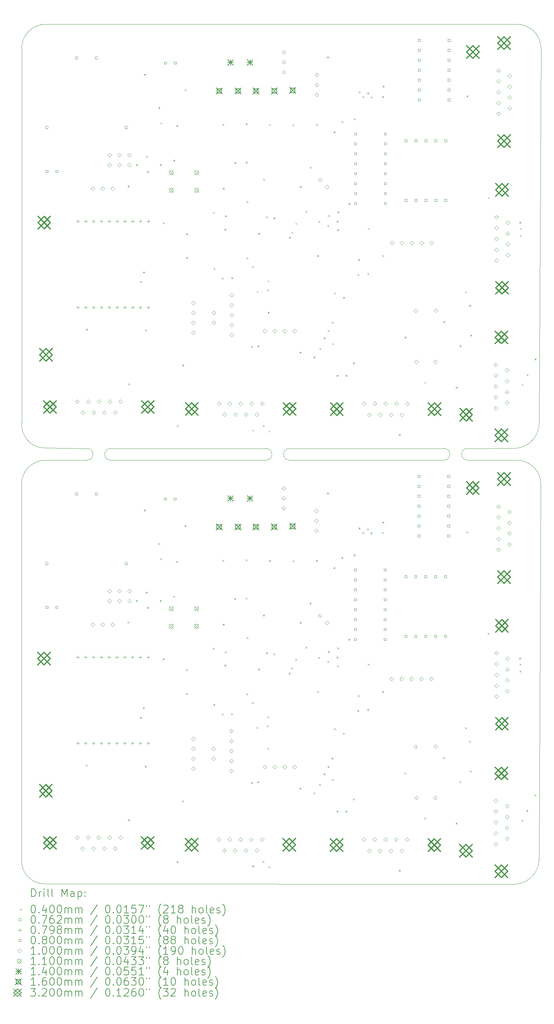
<source format=gbr>
%TF.GenerationSoftware,KiCad,Pcbnew,6.0.11-2627ca5db0~126~ubuntu20.04.1*%
%TF.CreationDate,2023-05-10T15:40:14+05:30*%
%TF.ProjectId,MVCU_F407,4d564355-5f46-4343-9037-2e6b69636164,rev?*%
%TF.SameCoordinates,Original*%
%TF.FileFunction,Drillmap*%
%TF.FilePolarity,Positive*%
%FSLAX45Y45*%
G04 Gerber Fmt 4.5, Leading zero omitted, Abs format (unit mm)*
G04 Created by KiCad (PCBNEW 6.0.11-2627ca5db0~126~ubuntu20.04.1) date 2023-05-10 15:40:14*
%MOMM*%
%LPD*%
G01*
G04 APERTURE LIST*
%ADD10C,0.050000*%
%ADD11C,0.120000*%
%ADD12C,0.200000*%
%ADD13C,0.040000*%
%ADD14C,0.076200*%
%ADD15C,0.079756*%
%ADD16C,0.080000*%
%ADD17C,0.100000*%
%ADD18C,0.110000*%
%ADD19C,0.140000*%
%ADD20C,0.160000*%
%ADD21C,0.320000*%
G04 APERTURE END LIST*
D10*
X16039000Y3119300D02*
X3974000Y3119300D01*
X16644700Y-8632300D02*
X16601800Y-18209500D01*
X14169300Y-7719500D02*
X10214300Y-7719500D01*
X14769300Y-7719500D02*
X15995700Y-7717500D01*
X5639300Y-8019500D02*
X9614300Y-8019500D01*
X9614300Y-7719500D02*
X5639300Y-7719500D01*
D11*
X14169300Y-8019500D02*
G75*
G03*
X14169300Y-7719500I0J150000D01*
G01*
D10*
X10214300Y-8019500D02*
X14169300Y-8019500D01*
D11*
X10214300Y-7719500D02*
G75*
G03*
X10214300Y-8019500I0J-150000D01*
G01*
D10*
X3970100Y-8022700D02*
G75*
G03*
X3360500Y-8632300I0J-609600D01*
G01*
X3365702Y-7067500D02*
G75*
G03*
X3965700Y-7707500I590368J-47780D01*
G01*
X15995700Y-7717499D02*
G75*
G03*
X16605700Y-7067500I-41310J649999D01*
G01*
X16648600Y2509700D02*
X16605700Y-7067500D01*
X3970100Y-8022700D02*
X5039300Y-8015500D01*
X3361802Y-18209500D02*
G75*
G03*
X3961800Y-18849500I590368J-47780D01*
G01*
X3361800Y-18209500D02*
X3360500Y-8632300D01*
D11*
X5639300Y-7719500D02*
G75*
G03*
X5639300Y-8019500I0J-150000D01*
G01*
D10*
X16644700Y-8632300D02*
G75*
G03*
X16035100Y-8022700I-609600J0D01*
G01*
X14769300Y-8019500D02*
X16035100Y-8022700D01*
X16648600Y2509700D02*
G75*
G03*
X16039000Y3119300I-609600J0D01*
G01*
X5039300Y-7719500D02*
X3965700Y-7707500D01*
X3974000Y3119300D02*
G75*
G03*
X3364400Y2509700I0J-609600D01*
G01*
X15991800Y-18859500D02*
X3961800Y-18849500D01*
D11*
X14769300Y-7719500D02*
G75*
G03*
X14769300Y-8019500I0J-150000D01*
G01*
D10*
X15991800Y-18859499D02*
G75*
G03*
X16601800Y-18209500I-41310J649999D01*
G01*
X3365700Y-7067500D02*
X3364400Y2509700D01*
D11*
X5039300Y-8015500D02*
G75*
G03*
X5039300Y-7719500I0J148000D01*
G01*
X9614300Y-8019500D02*
G75*
G03*
X9614300Y-7719500I0J150000D01*
G01*
D12*
D13*
X5004200Y-15800500D02*
X5044200Y-15840500D01*
X5044200Y-15800500D02*
X5004200Y-15840500D01*
X5008100Y-4658500D02*
X5048100Y-4698500D01*
X5048100Y-4658500D02*
X5008100Y-4698500D01*
X6071000Y-12142900D02*
X6111000Y-12182900D01*
X6111000Y-12142900D02*
X6071000Y-12182900D01*
X6074900Y-1000900D02*
X6114900Y-1040900D01*
X6114900Y-1000900D02*
X6074900Y-1040900D01*
X6083700Y-17197500D02*
X6123700Y-17237500D01*
X6123700Y-17197500D02*
X6083700Y-17237500D01*
X6087600Y-6055500D02*
X6127600Y-6095500D01*
X6127600Y-6055500D02*
X6087600Y-6095500D01*
X6286900Y-11596800D02*
X6326900Y-11636800D01*
X6326900Y-11596800D02*
X6286900Y-11636800D01*
X6290800Y-454800D02*
X6330800Y-494800D01*
X6330800Y-454800D02*
X6290800Y-494800D01*
X6388500Y-14581300D02*
X6428500Y-14621300D01*
X6428500Y-14581300D02*
X6388500Y-14621300D01*
X6392400Y-3439300D02*
X6432400Y-3479300D01*
X6432400Y-3439300D02*
X6392400Y-3479300D01*
X6464700Y-14340000D02*
X6504700Y-14380000D01*
X6504700Y-14340000D02*
X6464700Y-14380000D01*
X6468600Y-3198000D02*
X6508600Y-3238000D01*
X6508600Y-3198000D02*
X6468600Y-3238000D01*
X6490100Y-9285400D02*
X6530100Y-9325400D01*
X6530100Y-9285400D02*
X6490100Y-9325400D01*
X6494000Y1856600D02*
X6534000Y1816600D01*
X6534000Y1856600D02*
X6494000Y1816600D01*
X6515500Y-15825900D02*
X6555500Y-15865900D01*
X6555500Y-15825900D02*
X6515500Y-15865900D01*
X6519400Y-4683900D02*
X6559400Y-4723900D01*
X6559400Y-4683900D02*
X6519400Y-4723900D01*
X6540900Y-11380900D02*
X6580900Y-11420900D01*
X6580900Y-11380900D02*
X6540900Y-11420900D01*
X6544800Y-238900D02*
X6584800Y-278900D01*
X6584800Y-238900D02*
X6544800Y-278900D01*
X6566300Y-11774600D02*
X6606300Y-11814600D01*
X6606300Y-11774600D02*
X6566300Y-11814600D01*
X6570200Y-632600D02*
X6610200Y-672600D01*
X6610200Y-632600D02*
X6570200Y-672600D01*
X6858400Y-10136300D02*
X6898400Y-10176300D01*
X6898400Y-10136300D02*
X6858400Y-10176300D01*
X6862300Y1005700D02*
X6902300Y965700D01*
X6902300Y1005700D02*
X6862300Y965700D01*
X6896500Y-11596800D02*
X6936500Y-11636800D01*
X6936500Y-11596800D02*
X6896500Y-11636800D01*
X6900400Y-454800D02*
X6940400Y-494800D01*
X6940400Y-454800D02*
X6900400Y-494800D01*
X6909200Y-10530000D02*
X6949200Y-10570000D01*
X6949200Y-10530000D02*
X6909200Y-10570000D01*
X6913100Y612000D02*
X6953100Y572000D01*
X6953100Y612000D02*
X6913100Y572000D01*
X6972700Y-13082700D02*
X7012700Y-13122700D01*
X7012700Y-13082700D02*
X6972700Y-13122700D01*
X6976600Y-1940700D02*
X7016600Y-1980700D01*
X7016600Y-1940700D02*
X6976600Y-1980700D01*
X7239400Y-11482500D02*
X7279400Y-11522500D01*
X7279400Y-11482500D02*
X7239400Y-11522500D01*
X7243300Y-340500D02*
X7283300Y-380500D01*
X7283300Y-340500D02*
X7243300Y-380500D01*
X7315600Y-10593500D02*
X7355600Y-10633500D01*
X7355600Y-10593500D02*
X7315600Y-10633500D01*
X7319500Y548500D02*
X7359500Y508500D01*
X7359500Y548500D02*
X7319500Y508500D01*
X7328300Y-18264300D02*
X7368300Y-18304300D01*
X7368300Y-18264300D02*
X7328300Y-18304300D01*
X7332200Y-7122300D02*
X7372200Y-7162300D01*
X7372200Y-7122300D02*
X7332200Y-7162300D01*
X7468000Y-16714900D02*
X7508000Y-16754900D01*
X7508000Y-16714900D02*
X7468000Y-16754900D01*
X7471900Y-5572900D02*
X7511900Y-5612900D01*
X7511900Y-5572900D02*
X7471900Y-5612900D01*
X7531500Y-9679100D02*
X7571500Y-9719100D01*
X7571500Y-9679100D02*
X7531500Y-9719100D01*
X7535400Y1462900D02*
X7575400Y1422900D01*
X7575400Y1462900D02*
X7535400Y1422900D01*
X7568700Y-13363250D02*
X7608700Y-13403250D01*
X7608700Y-13363250D02*
X7568700Y-13403250D01*
X7568700Y-13972850D02*
X7608700Y-14012850D01*
X7608700Y-13972850D02*
X7568700Y-14012850D01*
X7572600Y-2221250D02*
X7612600Y-2261250D01*
X7612600Y-2221250D02*
X7572600Y-2261250D01*
X7572600Y-2830850D02*
X7612600Y-2870850D01*
X7612600Y-2830850D02*
X7572600Y-2870850D01*
X8255400Y-12816000D02*
X8295400Y-12856000D01*
X8295400Y-12816000D02*
X8255400Y-12856000D01*
X8259300Y-1674000D02*
X8299300Y-1714000D01*
X8299300Y-1674000D02*
X8259300Y-1714000D01*
X8268100Y-14251100D02*
X8308100Y-14291100D01*
X8308100Y-14251100D02*
X8268100Y-14291100D01*
X8272000Y-3109100D02*
X8312000Y-3149100D01*
X8312000Y-3109100D02*
X8272000Y-3149100D01*
X8481800Y-14499500D02*
X8521800Y-14539500D01*
X8521800Y-14499500D02*
X8481800Y-14539500D01*
X8485700Y-3357500D02*
X8525700Y-3397500D01*
X8525700Y-3357500D02*
X8485700Y-3397500D01*
X8499300Y-10569500D02*
X8539300Y-10609500D01*
X8539300Y-10569500D02*
X8499300Y-10609500D01*
X8503200Y572500D02*
X8543200Y532500D01*
X8543200Y572500D02*
X8503200Y532500D01*
X8507835Y-12199500D02*
X8547835Y-12239500D01*
X8547835Y-12199500D02*
X8507835Y-12239500D01*
X8511735Y-1057500D02*
X8551735Y-1097500D01*
X8551735Y-1057500D02*
X8511735Y-1097500D01*
X8547500Y-13247800D02*
X8587500Y-13287800D01*
X8587500Y-13247800D02*
X8547500Y-13287800D01*
X8551400Y-2105800D02*
X8591400Y-2145800D01*
X8591400Y-2105800D02*
X8551400Y-2145800D01*
X8560200Y-12904900D02*
X8600200Y-12944900D01*
X8600200Y-12904900D02*
X8560200Y-12944900D01*
X8564100Y-1762900D02*
X8604100Y-1802900D01*
X8604100Y-1762900D02*
X8564100Y-1802900D01*
X8721800Y-14489500D02*
X8761800Y-14529500D01*
X8761800Y-14489500D02*
X8721800Y-14529500D01*
X8725700Y-3347500D02*
X8765700Y-3387500D01*
X8765700Y-3347500D02*
X8725700Y-3387500D01*
X8801500Y-11546000D02*
X8841500Y-11586000D01*
X8841500Y-11546000D02*
X8801500Y-11586000D01*
X8805400Y-404000D02*
X8845400Y-444000D01*
X8845400Y-404000D02*
X8805400Y-444000D01*
X9093600Y-11533300D02*
X9133600Y-11573300D01*
X9133600Y-11533300D02*
X9093600Y-11573300D01*
X9094300Y-10554500D02*
X9134300Y-10594500D01*
X9134300Y-10554500D02*
X9094300Y-10594500D01*
X9097500Y-391300D02*
X9137500Y-431300D01*
X9137500Y-391300D02*
X9097500Y-431300D01*
X9098200Y587500D02*
X9138200Y547500D01*
X9138200Y587500D02*
X9098200Y547500D01*
X9111800Y-13979500D02*
X9151800Y-14019500D01*
X9151800Y-13979500D02*
X9111800Y-14019500D01*
X9115700Y-2837500D02*
X9155700Y-2877500D01*
X9155700Y-2837500D02*
X9115700Y-2877500D01*
X9116800Y-12539500D02*
X9156800Y-12579500D01*
X9156800Y-12539500D02*
X9116800Y-12579500D01*
X9120700Y-1397500D02*
X9160700Y-1437500D01*
X9160700Y-1397500D02*
X9120700Y-1437500D01*
X9231800Y-16239500D02*
X9271800Y-16279500D01*
X9271800Y-16239500D02*
X9231800Y-16279500D01*
X9235700Y-5097500D02*
X9275700Y-5137500D01*
X9275700Y-5097500D02*
X9235700Y-5137500D01*
X9251800Y-14201950D02*
X9291800Y-14241950D01*
X9291800Y-14201950D02*
X9251800Y-14241950D01*
X9255700Y-3059950D02*
X9295700Y-3099950D01*
X9295700Y-3059950D02*
X9255700Y-3099950D01*
X9261800Y-18379500D02*
X9301800Y-18419500D01*
X9301800Y-18379500D02*
X9261800Y-18419500D01*
X9265700Y-7237500D02*
X9305700Y-7277500D01*
X9305700Y-7237500D02*
X9265700Y-7277500D01*
X9371800Y-14839500D02*
X9411800Y-14879500D01*
X9411800Y-14839500D02*
X9371800Y-14879500D01*
X9375700Y-3697500D02*
X9415700Y-3737500D01*
X9415700Y-3697500D02*
X9375700Y-3737500D01*
X9391800Y-16229500D02*
X9431800Y-16269500D01*
X9431800Y-16229500D02*
X9391800Y-16269500D01*
X9395700Y-5087500D02*
X9435700Y-5127500D01*
X9435700Y-5087500D02*
X9395700Y-5127500D01*
X9411100Y-13349400D02*
X9451100Y-13389400D01*
X9451100Y-13349400D02*
X9411100Y-13389400D01*
X9415000Y-2207400D02*
X9455000Y-2247400D01*
X9455000Y-2207400D02*
X9415000Y-2247400D01*
X9526600Y-18264300D02*
X9566600Y-18304300D01*
X9566600Y-18264300D02*
X9526600Y-18304300D01*
X9530500Y-7122300D02*
X9570500Y-7162300D01*
X9570500Y-7122300D02*
X9530500Y-7162300D01*
X9538100Y-11965100D02*
X9578100Y-12005100D01*
X9578100Y-11965100D02*
X9538100Y-12005100D01*
X9542000Y-823100D02*
X9582000Y-863100D01*
X9582000Y-823100D02*
X9542000Y-863100D01*
X9614300Y-12930300D02*
X9654300Y-12970300D01*
X9654300Y-12930300D02*
X9614300Y-12970300D01*
X9618200Y-1788300D02*
X9658200Y-1828300D01*
X9658200Y-1788300D02*
X9618200Y-1828300D01*
X9636800Y-14792000D02*
X9676800Y-14832000D01*
X9676800Y-14792000D02*
X9636800Y-14832000D01*
X9640700Y-3650000D02*
X9680700Y-3690000D01*
X9680700Y-3650000D02*
X9640700Y-3690000D01*
X9651800Y-15369500D02*
X9691800Y-15409500D01*
X9691800Y-15369500D02*
X9651800Y-15409500D01*
X9652400Y-14568600D02*
X9692400Y-14608600D01*
X9692400Y-14568600D02*
X9652400Y-14608600D01*
X9655700Y-4227500D02*
X9695700Y-4267500D01*
X9695700Y-4227500D02*
X9655700Y-4267500D01*
X9656300Y-3426600D02*
X9696300Y-3466600D01*
X9696300Y-3426600D02*
X9656300Y-3466600D01*
X9677800Y-18404000D02*
X9717800Y-18444000D01*
X9717800Y-18404000D02*
X9677800Y-18444000D01*
X9681700Y-7262000D02*
X9721700Y-7302000D01*
X9721700Y-7262000D02*
X9681700Y-7302000D01*
X9694300Y-10574500D02*
X9734300Y-10614500D01*
X9734300Y-10574500D02*
X9694300Y-10614500D01*
X9698200Y567500D02*
X9738200Y527500D01*
X9738200Y567500D02*
X9698200Y527500D01*
X9803887Y-12956613D02*
X9843887Y-12996613D01*
X9843887Y-12956613D02*
X9803887Y-12996613D01*
X9807787Y-1814613D02*
X9847787Y-1854613D01*
X9847787Y-1814613D02*
X9807787Y-1854613D01*
X10198500Y-13451000D02*
X10238500Y-13491000D01*
X10238500Y-13451000D02*
X10198500Y-13491000D01*
X10202400Y-2309000D02*
X10242400Y-2349000D01*
X10242400Y-2309000D02*
X10202400Y-2349000D01*
X10262000Y-13324000D02*
X10302000Y-13364000D01*
X10302000Y-13324000D02*
X10262000Y-13364000D01*
X10265900Y-2182000D02*
X10305900Y-2222000D01*
X10305900Y-2182000D02*
X10265900Y-2222000D01*
X10294300Y-10577000D02*
X10334300Y-10617000D01*
X10334300Y-10577000D02*
X10294300Y-10617000D01*
X10298200Y565000D02*
X10338200Y525000D01*
X10338200Y565000D02*
X10298200Y525000D01*
X10363600Y-13095400D02*
X10403600Y-13135400D01*
X10403600Y-13095400D02*
X10363600Y-13135400D01*
X10367500Y-1953400D02*
X10407500Y-1993400D01*
X10407500Y-1953400D02*
X10367500Y-1993400D01*
X10471800Y-16389500D02*
X10511800Y-16429500D01*
X10511800Y-16389500D02*
X10471800Y-16429500D01*
X10475700Y-5247500D02*
X10515700Y-5287500D01*
X10515700Y-5247500D02*
X10475700Y-5287500D01*
X10477900Y-12155600D02*
X10517900Y-12195600D01*
X10517900Y-12155600D02*
X10477900Y-12195600D01*
X10481800Y-1013600D02*
X10521800Y-1053600D01*
X10521800Y-1013600D02*
X10481800Y-1053600D01*
X10624234Y-12784534D02*
X10664234Y-12824534D01*
X10664234Y-12784534D02*
X10624234Y-12824534D01*
X10628134Y-1642534D02*
X10668134Y-1682534D01*
X10668134Y-1642534D02*
X10628134Y-1682534D01*
X10731900Y-11660300D02*
X10771900Y-11700300D01*
X10771900Y-11660300D02*
X10731900Y-11700300D01*
X10735800Y-518300D02*
X10775800Y-558300D01*
X10775800Y-518300D02*
X10735800Y-558300D01*
X10829750Y-16514500D02*
X10869750Y-16554500D01*
X10869750Y-16514500D02*
X10829750Y-16554500D01*
X10833650Y-5372500D02*
X10873650Y-5412500D01*
X10873650Y-5372500D02*
X10833650Y-5412500D01*
X10891800Y-10569500D02*
X10931800Y-10609500D01*
X10931800Y-10569500D02*
X10891800Y-10609500D01*
X10895700Y572500D02*
X10935700Y532500D01*
X10935700Y572500D02*
X10895700Y532500D01*
X10922400Y-13920900D02*
X10962400Y-13960900D01*
X10962400Y-13920900D02*
X10922400Y-13960900D01*
X10926300Y-2778900D02*
X10966300Y-2818900D01*
X10966300Y-2778900D02*
X10926300Y-2818900D01*
X10949300Y-13049500D02*
X10989300Y-13089500D01*
X10989300Y-13049500D02*
X10949300Y-13089500D01*
X10953200Y-1907500D02*
X10993200Y-1947500D01*
X10993200Y-1907500D02*
X10953200Y-1947500D01*
X10974300Y-16292000D02*
X11014300Y-16332000D01*
X11014300Y-16292000D02*
X10974300Y-16332000D01*
X10978200Y-5150000D02*
X11018200Y-5190000D01*
X11018200Y-5150000D02*
X10978200Y-5190000D01*
X11089300Y-16027000D02*
X11129300Y-16067000D01*
X11129300Y-16027000D02*
X11089300Y-16067000D01*
X11093200Y-4885000D02*
X11133200Y-4925000D01*
X11133200Y-4885000D02*
X11093200Y-4925000D01*
X11174300Y-8847000D02*
X11214300Y-8887000D01*
X11214300Y-8847000D02*
X11174300Y-8887000D01*
X11178200Y2295000D02*
X11218200Y2255000D01*
X11218200Y2295000D02*
X11178200Y2255000D01*
X11182750Y-13152550D02*
X11222750Y-13192550D01*
X11222750Y-13152550D02*
X11182750Y-13192550D01*
X11186650Y-2010550D02*
X11226650Y-2050550D01*
X11226650Y-2010550D02*
X11186650Y-2050550D01*
X11189300Y-15837000D02*
X11229300Y-15877000D01*
X11229300Y-15837000D02*
X11189300Y-15877000D01*
X11193200Y-4695000D02*
X11233200Y-4735000D01*
X11233200Y-4695000D02*
X11193200Y-4735000D01*
X11196800Y-12897000D02*
X11236800Y-12937000D01*
X11236800Y-12897000D02*
X11196800Y-12937000D01*
X11200700Y-1755000D02*
X11240700Y-1795000D01*
X11240700Y-1755000D02*
X11200700Y-1795000D01*
X11290700Y-15622700D02*
X11330700Y-15662700D01*
X11330700Y-15622700D02*
X11290700Y-15662700D01*
X11294600Y-4480700D02*
X11334600Y-4520700D01*
X11334600Y-4480700D02*
X11294600Y-4520700D01*
X11303400Y-16168800D02*
X11343400Y-16208800D01*
X11343400Y-16168800D02*
X11303400Y-16208800D01*
X11307300Y-5026800D02*
X11347300Y-5066800D01*
X11347300Y-5026800D02*
X11307300Y-5066800D01*
X11341500Y-10758600D02*
X11381500Y-10798600D01*
X11381500Y-10758600D02*
X11341500Y-10798600D01*
X11345400Y383400D02*
X11385400Y343400D01*
X11385400Y383400D02*
X11345400Y343400D01*
X11354200Y-14873400D02*
X11394200Y-14913400D01*
X11394200Y-14873400D02*
X11354200Y-14913400D01*
X11358100Y-3731400D02*
X11398100Y-3771400D01*
X11398100Y-3731400D02*
X11358100Y-3771400D01*
X11417700Y-13044600D02*
X11457700Y-13084600D01*
X11457700Y-13044600D02*
X11417700Y-13084600D01*
X11417700Y-16981600D02*
X11457700Y-17021600D01*
X11457700Y-16981600D02*
X11417700Y-17021600D01*
X11421600Y-1902600D02*
X11461600Y-1942600D01*
X11461600Y-1902600D02*
X11421600Y-1942600D01*
X11421600Y-5839600D02*
X11461600Y-5879600D01*
X11461600Y-5839600D02*
X11421600Y-5879600D01*
X11430400Y-13260500D02*
X11470400Y-13300500D01*
X11470400Y-13260500D02*
X11430400Y-13300500D01*
X11434300Y-2118500D02*
X11474300Y-2158500D01*
X11474300Y-2118500D02*
X11434300Y-2158500D01*
X11439300Y-12807000D02*
X11479300Y-12847000D01*
X11479300Y-12807000D02*
X11439300Y-12847000D01*
X11443200Y-1665000D02*
X11483200Y-1705000D01*
X11483200Y-1665000D02*
X11443200Y-1705000D01*
X11544700Y-10491900D02*
X11584700Y-10531900D01*
X11584700Y-10491900D02*
X11544700Y-10531900D01*
X11548600Y650100D02*
X11588600Y610100D01*
X11588600Y650100D02*
X11548600Y610100D01*
X11582800Y-14987700D02*
X11622800Y-15027700D01*
X11622800Y-14987700D02*
X11582800Y-15027700D01*
X11586700Y-3845700D02*
X11626700Y-3885700D01*
X11626700Y-3845700D02*
X11586700Y-3885700D01*
X11646300Y-16981600D02*
X11686300Y-17021600D01*
X11686300Y-16981600D02*
X11646300Y-17021600D01*
X11650200Y-5839600D02*
X11690200Y-5879600D01*
X11690200Y-5839600D02*
X11650200Y-5879600D01*
X11722500Y-12587400D02*
X11762500Y-12627400D01*
X11762500Y-12587400D02*
X11722500Y-12627400D01*
X11726400Y-1445400D02*
X11766400Y-1485400D01*
X11766400Y-1445400D02*
X11726400Y-1485400D01*
X11836800Y-16664100D02*
X11876800Y-16704100D01*
X11876800Y-16664100D02*
X11836800Y-16704100D01*
X11840700Y-5522100D02*
X11880700Y-5562100D01*
X11880700Y-5522100D02*
X11840700Y-5562100D01*
X11856800Y-10427000D02*
X11896800Y-10467000D01*
X11896800Y-10427000D02*
X11856800Y-10467000D01*
X11860700Y715000D02*
X11900700Y675000D01*
X11900700Y715000D02*
X11860700Y675000D01*
X11951100Y-14403500D02*
X11991100Y-14443500D01*
X11991100Y-14403500D02*
X11951100Y-14443500D01*
X11955000Y-3261500D02*
X11995000Y-3301500D01*
X11995000Y-3261500D02*
X11955000Y-3301500D01*
X11963800Y-14022500D02*
X12003800Y-14062500D01*
X12003800Y-14022500D02*
X11963800Y-14062500D01*
X11967700Y-2880500D02*
X12007700Y-2920500D01*
X12007700Y-2880500D02*
X11967700Y-2920500D01*
X11983800Y-9741200D02*
X12023800Y-9781200D01*
X12023800Y-9741200D02*
X11983800Y-9781200D01*
X11987700Y1400800D02*
X12027700Y1360800D01*
X12027700Y1400800D02*
X11987700Y1360800D01*
X12078900Y-9855500D02*
X12118900Y-9895500D01*
X12118900Y-9855500D02*
X12078900Y-9895500D01*
X12082800Y1286500D02*
X12122800Y1246500D01*
X12122800Y1286500D02*
X12082800Y1246500D01*
X12199700Y-9766600D02*
X12239700Y-9806600D01*
X12239700Y-9766600D02*
X12199700Y-9806600D01*
X12203600Y1375400D02*
X12243600Y1335400D01*
X12243600Y1375400D02*
X12203600Y1335400D01*
X12205100Y-14378100D02*
X12245100Y-14418100D01*
X12245100Y-14378100D02*
X12205100Y-14418100D01*
X12209000Y-3236100D02*
X12249000Y-3276100D01*
X12249000Y-3236100D02*
X12209000Y-3276100D01*
X12217800Y-13222400D02*
X12257800Y-13262400D01*
X12257800Y-13222400D02*
X12217800Y-13262400D01*
X12221700Y-2080400D02*
X12261700Y-2120400D01*
X12261700Y-2080400D02*
X12221700Y-2120400D01*
X12288600Y-9868200D02*
X12328600Y-9908200D01*
X12328600Y-9868200D02*
X12288600Y-9908200D01*
X12292500Y1273800D02*
X12332500Y1233800D01*
X12332500Y1273800D02*
X12292500Y1233800D01*
X12580700Y-9855500D02*
X12620700Y-9895500D01*
X12620700Y-9855500D02*
X12580700Y-9895500D01*
X12584600Y1286500D02*
X12624600Y1246500D01*
X12624600Y1286500D02*
X12584600Y1246500D01*
X12585900Y-13920900D02*
X12625900Y-13960900D01*
X12625900Y-13920900D02*
X12585900Y-13960900D01*
X12589800Y-2778900D02*
X12629800Y-2818900D01*
X12629800Y-2778900D02*
X12589800Y-2818900D01*
X12591800Y-9590400D02*
X12631800Y-9630400D01*
X12631800Y-9590400D02*
X12591800Y-9630400D01*
X12595700Y1551600D02*
X12635700Y1511600D01*
X12635700Y1551600D02*
X12595700Y1511600D01*
X13011800Y-18488950D02*
X13051800Y-18528950D01*
X13051800Y-18488950D02*
X13011800Y-18528950D01*
X13015700Y-7346950D02*
X13055700Y-7386950D01*
X13055700Y-7346950D02*
X13015700Y-7386950D01*
X13157600Y-16003700D02*
X13197600Y-16043700D01*
X13197600Y-16003700D02*
X13157600Y-16043700D01*
X13161500Y-4861700D02*
X13201500Y-4901700D01*
X13201500Y-4861700D02*
X13161500Y-4901700D01*
X13665600Y-17159400D02*
X13705600Y-17199400D01*
X13705600Y-17159400D02*
X13665600Y-17199400D01*
X13669500Y-6017400D02*
X13709500Y-6057400D01*
X13709500Y-6017400D02*
X13669500Y-6057400D01*
X14148000Y-15609450D02*
X14188000Y-15649450D01*
X14188000Y-15609450D02*
X14148000Y-15649450D01*
X14151900Y-4467450D02*
X14191900Y-4507450D01*
X14191900Y-4467450D02*
X14151900Y-4507450D01*
X14465700Y-17286400D02*
X14505700Y-17326400D01*
X14505700Y-17286400D02*
X14465700Y-17326400D01*
X14469600Y-6144400D02*
X14509600Y-6184400D01*
X14509600Y-6144400D02*
X14469600Y-6184400D01*
X14561927Y-16226927D02*
X14601927Y-16266927D01*
X14601927Y-16226927D02*
X14561927Y-16266927D01*
X14565827Y-5084927D02*
X14605827Y-5124927D01*
X14605827Y-5084927D02*
X14565827Y-5124927D01*
X14707000Y-14848000D02*
X14747000Y-14888000D01*
X14747000Y-14848000D02*
X14707000Y-14888000D01*
X14710900Y-3706000D02*
X14750900Y-3746000D01*
X14750900Y-3706000D02*
X14710900Y-3746000D01*
X14739700Y-9842800D02*
X14779700Y-9882800D01*
X14779700Y-9842800D02*
X14739700Y-9882800D01*
X14743600Y1299200D02*
X14783600Y1259200D01*
X14783600Y1299200D02*
X14743600Y1259200D01*
X14808600Y-15190900D02*
X14848600Y-15230900D01*
X14848600Y-15190900D02*
X14808600Y-15230900D01*
X14812500Y-4048900D02*
X14852500Y-4088900D01*
X14852500Y-4048900D02*
X14812500Y-4088900D01*
X14834977Y-15953877D02*
X14874977Y-15993877D01*
X14874977Y-15953877D02*
X14834977Y-15993877D01*
X14838877Y-4811877D02*
X14878877Y-4851877D01*
X14878877Y-4811877D02*
X14838877Y-4851877D01*
X15291200Y-12435000D02*
X15331200Y-12475000D01*
X15331200Y-12435000D02*
X15291200Y-12475000D01*
X15295100Y-1293000D02*
X15335100Y-1333000D01*
X15335100Y-1293000D02*
X15295100Y-1333000D01*
X16091300Y-13070000D02*
X16131300Y-13110000D01*
X16131300Y-13070000D02*
X16091300Y-13110000D01*
X16095200Y-1928000D02*
X16135200Y-1968000D01*
X16135200Y-1928000D02*
X16095200Y-1968000D01*
X16104000Y-13222400D02*
X16144000Y-13262400D01*
X16144000Y-13222400D02*
X16104000Y-13262400D01*
X16104000Y-13400200D02*
X16144000Y-13440200D01*
X16144000Y-13400200D02*
X16104000Y-13440200D01*
X16107900Y-2080400D02*
X16147900Y-2120400D01*
X16147900Y-2080400D02*
X16107900Y-2120400D01*
X16107900Y-2258200D02*
X16147900Y-2298200D01*
X16147900Y-2258200D02*
X16107900Y-2298200D01*
X16154800Y-17210200D02*
X16194800Y-17250200D01*
X16194800Y-17210200D02*
X16154800Y-17250200D01*
X16158700Y-6068200D02*
X16198700Y-6108200D01*
X16198700Y-6068200D02*
X16158700Y-6108200D01*
X16277650Y-16960350D02*
X16317650Y-17000350D01*
X16317650Y-16960350D02*
X16277650Y-17000350D01*
X16281550Y-5818350D02*
X16321550Y-5858350D01*
X16321550Y-5818350D02*
X16281550Y-5858350D01*
X16485000Y-16562500D02*
X16525000Y-16602500D01*
X16525000Y-16562500D02*
X16485000Y-16602500D01*
X16488900Y-5420500D02*
X16528900Y-5460500D01*
X16528900Y-5420500D02*
X16488900Y-5460500D01*
D14*
X4044611Y-10658889D02*
G75*
G03*
X4044611Y-10658889I-38100J0D01*
G01*
X4048511Y483111D02*
G75*
G03*
X4048511Y483111I-38100J0D01*
G01*
X4806611Y-8880889D02*
G75*
G03*
X4806611Y-8880889I-38100J0D01*
G01*
X4810511Y2261111D02*
G75*
G03*
X4810511Y2261111I-38100J0D01*
G01*
X5314611Y-8880889D02*
G75*
G03*
X5314611Y-8880889I-38100J0D01*
G01*
X5318511Y2261111D02*
G75*
G03*
X5318511Y2261111I-38100J0D01*
G01*
X6076611Y-10658889D02*
G75*
G03*
X6076611Y-10658889I-38100J0D01*
G01*
X6080511Y483111D02*
G75*
G03*
X6080511Y483111I-38100J0D01*
G01*
D15*
X4799366Y-13014802D02*
X4799366Y-13094558D01*
X4759488Y-13054680D02*
X4839244Y-13054680D01*
X4799366Y-15214442D02*
X4799366Y-15294198D01*
X4759488Y-15254320D02*
X4839244Y-15254320D01*
X4803266Y-1872802D02*
X4803266Y-1952558D01*
X4763388Y-1912680D02*
X4843144Y-1912680D01*
X4803266Y-4072442D02*
X4803266Y-4152198D01*
X4763388Y-4112320D02*
X4843144Y-4112320D01*
X4999518Y-13014802D02*
X4999518Y-13094558D01*
X4959640Y-13054680D02*
X5039396Y-13054680D01*
X4999518Y-15214442D02*
X4999518Y-15294198D01*
X4959640Y-15254320D02*
X5039396Y-15254320D01*
X5003418Y-1872802D02*
X5003418Y-1952558D01*
X4963540Y-1912680D02*
X5043296Y-1912680D01*
X5003418Y-4072442D02*
X5003418Y-4152198D01*
X4963540Y-4112320D02*
X5043296Y-4112320D01*
X5199416Y-13014802D02*
X5199416Y-13094558D01*
X5159538Y-13054680D02*
X5239294Y-13054680D01*
X5199416Y-15214442D02*
X5199416Y-15294198D01*
X5159538Y-15254320D02*
X5239294Y-15254320D01*
X5203316Y-1872802D02*
X5203316Y-1952558D01*
X5163438Y-1912680D02*
X5243194Y-1912680D01*
X5203316Y-4072442D02*
X5203316Y-4152198D01*
X5163438Y-4112320D02*
X5243194Y-4112320D01*
X5399568Y-13014802D02*
X5399568Y-13094558D01*
X5359690Y-13054680D02*
X5439446Y-13054680D01*
X5399568Y-15214442D02*
X5399568Y-15294198D01*
X5359690Y-15254320D02*
X5439446Y-15254320D01*
X5403468Y-1872802D02*
X5403468Y-1952558D01*
X5363590Y-1912680D02*
X5443346Y-1912680D01*
X5403468Y-4072442D02*
X5403468Y-4152198D01*
X5363590Y-4112320D02*
X5443346Y-4112320D01*
X5599466Y-13014802D02*
X5599466Y-13094558D01*
X5559588Y-13054680D02*
X5639344Y-13054680D01*
X5599466Y-15214442D02*
X5599466Y-15294198D01*
X5559588Y-15254320D02*
X5639344Y-15254320D01*
X5603366Y-1872802D02*
X5603366Y-1952558D01*
X5563488Y-1912680D02*
X5643244Y-1912680D01*
X5603366Y-4072442D02*
X5603366Y-4152198D01*
X5563488Y-4112320D02*
X5643244Y-4112320D01*
X5799364Y-13014802D02*
X5799364Y-13094558D01*
X5759486Y-13054680D02*
X5839242Y-13054680D01*
X5799364Y-15214442D02*
X5799364Y-15294198D01*
X5759486Y-15254320D02*
X5839242Y-15254320D01*
X5803264Y-1872802D02*
X5803264Y-1952558D01*
X5763386Y-1912680D02*
X5843142Y-1912680D01*
X5803264Y-4072442D02*
X5803264Y-4152198D01*
X5763386Y-4112320D02*
X5843142Y-4112320D01*
X5999516Y-13014802D02*
X5999516Y-13094558D01*
X5959638Y-13054680D02*
X6039394Y-13054680D01*
X5999516Y-15214442D02*
X5999516Y-15294198D01*
X5959638Y-15254320D02*
X6039394Y-15254320D01*
X6003416Y-1872802D02*
X6003416Y-1952558D01*
X5963538Y-1912680D02*
X6043294Y-1912680D01*
X6003416Y-4072442D02*
X6003416Y-4152198D01*
X5963538Y-4112320D02*
X6043294Y-4112320D01*
X6199414Y-13014802D02*
X6199414Y-13094558D01*
X6159536Y-13054680D02*
X6239292Y-13054680D01*
X6199414Y-15214442D02*
X6199414Y-15294198D01*
X6159536Y-15254320D02*
X6239292Y-15254320D01*
X6203314Y-1872802D02*
X6203314Y-1952558D01*
X6163436Y-1912680D02*
X6243192Y-1912680D01*
X6203314Y-4072442D02*
X6203314Y-4152198D01*
X6163436Y-4112320D02*
X6243192Y-4112320D01*
X6399566Y-13014802D02*
X6399566Y-13094558D01*
X6359688Y-13054680D02*
X6439444Y-13054680D01*
X6399566Y-15214442D02*
X6399566Y-15294198D01*
X6359688Y-15254320D02*
X6439444Y-15254320D01*
X6403466Y-1872802D02*
X6403466Y-1952558D01*
X6363588Y-1912680D02*
X6443344Y-1912680D01*
X6403466Y-4072442D02*
X6403466Y-4152198D01*
X6363588Y-4112320D02*
X6443344Y-4112320D01*
X6599464Y-13014802D02*
X6599464Y-13094558D01*
X6559586Y-13054680D02*
X6639342Y-13054680D01*
X6599464Y-15214442D02*
X6599464Y-15294198D01*
X6559586Y-15254320D02*
X6639342Y-15254320D01*
X6603364Y-1872802D02*
X6603364Y-1952558D01*
X6563486Y-1912680D02*
X6643242Y-1912680D01*
X6603364Y-4072442D02*
X6603364Y-4152198D01*
X6563486Y-4112320D02*
X6643242Y-4112320D01*
D16*
X4034819Y-11807784D02*
X4034819Y-11751215D01*
X3978250Y-11751215D01*
X3978250Y-11807784D01*
X4034819Y-11807784D01*
X4038719Y-665785D02*
X4038719Y-609216D01*
X3982150Y-609216D01*
X3982150Y-665785D01*
X4038719Y-665785D01*
X4284819Y-11807784D02*
X4284819Y-11751215D01*
X4228250Y-11751215D01*
X4228250Y-11807784D01*
X4284819Y-11807784D01*
X4288719Y-665785D02*
X4288719Y-609216D01*
X4232150Y-609216D01*
X4232150Y-665785D01*
X4288719Y-665785D01*
X7064819Y-9037785D02*
X7064819Y-8981216D01*
X7008250Y-8981216D01*
X7008250Y-9037785D01*
X7064819Y-9037785D01*
X7068719Y2104216D02*
X7068719Y2160785D01*
X7012150Y2160785D01*
X7012150Y2104216D01*
X7068719Y2104216D01*
X7314819Y-9037785D02*
X7314819Y-8981216D01*
X7258250Y-8981216D01*
X7258250Y-9037785D01*
X7314819Y-9037785D01*
X7318719Y2104216D02*
X7318719Y2160785D01*
X7262150Y2160785D01*
X7262150Y2104216D01*
X7318719Y2104216D01*
X11928084Y-10850535D02*
X11928084Y-10793966D01*
X11871515Y-10793966D01*
X11871515Y-10850535D01*
X11928084Y-10850535D01*
X11928084Y-11104535D02*
X11928084Y-11047966D01*
X11871515Y-11047966D01*
X11871515Y-11104535D01*
X11928084Y-11104535D01*
X11928084Y-11358534D02*
X11928084Y-11301965D01*
X11871515Y-11301965D01*
X11871515Y-11358534D01*
X11928084Y-11358534D01*
X11928084Y-11612534D02*
X11928084Y-11555965D01*
X11871515Y-11555965D01*
X11871515Y-11612534D01*
X11928084Y-11612534D01*
X11928084Y-11866534D02*
X11928084Y-11809965D01*
X11871515Y-11809965D01*
X11871515Y-11866534D01*
X11928084Y-11866534D01*
X11928084Y-12120534D02*
X11928084Y-12063965D01*
X11871515Y-12063965D01*
X11871515Y-12120534D01*
X11928084Y-12120534D01*
X11928084Y-12374534D02*
X11928084Y-12317965D01*
X11871515Y-12317965D01*
X11871515Y-12374534D01*
X11928084Y-12374534D01*
X11928084Y-12628534D02*
X11928084Y-12571965D01*
X11871515Y-12571965D01*
X11871515Y-12628534D01*
X11928084Y-12628534D01*
X11931984Y291466D02*
X11931984Y348035D01*
X11875415Y348035D01*
X11875415Y291466D01*
X11931984Y291466D01*
X11931984Y37466D02*
X11931984Y94034D01*
X11875415Y94034D01*
X11875415Y37466D01*
X11931984Y37466D01*
X11931984Y-216534D02*
X11931984Y-159966D01*
X11875415Y-159966D01*
X11875415Y-216534D01*
X11931984Y-216534D01*
X11931984Y-470534D02*
X11931984Y-413965D01*
X11875415Y-413965D01*
X11875415Y-470534D01*
X11931984Y-470534D01*
X11931984Y-724534D02*
X11931984Y-667966D01*
X11875415Y-667966D01*
X11875415Y-724534D01*
X11931984Y-724534D01*
X11931984Y-978534D02*
X11931984Y-921965D01*
X11875415Y-921965D01*
X11875415Y-978534D01*
X11931984Y-978534D01*
X11931984Y-1232535D02*
X11931984Y-1175966D01*
X11875415Y-1175966D01*
X11875415Y-1232535D01*
X11931984Y-1232535D01*
X11931984Y-1486534D02*
X11931984Y-1429965D01*
X11875415Y-1429965D01*
X11875415Y-1486534D01*
X11931984Y-1486534D01*
X12690084Y-10850535D02*
X12690084Y-10793966D01*
X12633515Y-10793966D01*
X12633515Y-10850535D01*
X12690084Y-10850535D01*
X12690084Y-11104535D02*
X12690084Y-11047966D01*
X12633515Y-11047966D01*
X12633515Y-11104535D01*
X12690084Y-11104535D01*
X12690084Y-11358534D02*
X12690084Y-11301965D01*
X12633515Y-11301965D01*
X12633515Y-11358534D01*
X12690084Y-11358534D01*
X12690084Y-11612534D02*
X12690084Y-11555965D01*
X12633515Y-11555965D01*
X12633515Y-11612534D01*
X12690084Y-11612534D01*
X12690084Y-11866534D02*
X12690084Y-11809965D01*
X12633515Y-11809965D01*
X12633515Y-11866534D01*
X12690084Y-11866534D01*
X12690084Y-12120534D02*
X12690084Y-12063965D01*
X12633515Y-12063965D01*
X12633515Y-12120534D01*
X12690084Y-12120534D01*
X12690084Y-12374534D02*
X12690084Y-12317965D01*
X12633515Y-12317965D01*
X12633515Y-12374534D01*
X12690084Y-12374534D01*
X12690084Y-12628534D02*
X12690084Y-12571965D01*
X12633515Y-12571965D01*
X12633515Y-12628534D01*
X12690084Y-12628534D01*
X12693984Y291466D02*
X12693984Y348035D01*
X12637415Y348035D01*
X12637415Y291466D01*
X12693984Y291466D01*
X12693984Y37466D02*
X12693984Y94034D01*
X12637415Y94034D01*
X12637415Y37466D01*
X12693984Y37466D01*
X12693984Y-216534D02*
X12693984Y-159966D01*
X12637415Y-159966D01*
X12637415Y-216534D01*
X12693984Y-216534D01*
X12693984Y-470534D02*
X12693984Y-413965D01*
X12637415Y-413965D01*
X12637415Y-470534D01*
X12693984Y-470534D01*
X12693984Y-724534D02*
X12693984Y-667966D01*
X12637415Y-667966D01*
X12637415Y-724534D01*
X12693984Y-724534D01*
X12693984Y-978534D02*
X12693984Y-921965D01*
X12637415Y-921965D01*
X12637415Y-978534D01*
X12693984Y-978534D01*
X12693984Y-1232535D02*
X12693984Y-1175966D01*
X12637415Y-1175966D01*
X12637415Y-1232535D01*
X12693984Y-1232535D01*
X12693984Y-1486534D02*
X12693984Y-1429965D01*
X12637415Y-1429965D01*
X12637415Y-1486534D01*
X12693984Y-1486534D01*
X13217084Y-11023785D02*
X13217084Y-10967216D01*
X13160515Y-10967216D01*
X13160515Y-11023785D01*
X13217084Y-11023785D01*
X13217084Y-12547784D02*
X13217084Y-12491215D01*
X13160515Y-12491215D01*
X13160515Y-12547784D01*
X13217084Y-12547784D01*
X13220984Y118215D02*
X13220984Y174784D01*
X13164415Y174784D01*
X13164415Y118215D01*
X13220984Y118215D01*
X13220984Y-1405784D02*
X13220984Y-1349216D01*
X13164415Y-1349216D01*
X13164415Y-1405784D01*
X13220984Y-1405784D01*
X13471084Y-11023785D02*
X13471084Y-10967216D01*
X13414515Y-10967216D01*
X13414515Y-11023785D01*
X13471084Y-11023785D01*
X13471084Y-12547784D02*
X13471084Y-12491215D01*
X13414515Y-12491215D01*
X13414515Y-12547784D01*
X13471084Y-12547784D01*
X13474984Y118215D02*
X13474984Y174784D01*
X13418415Y174784D01*
X13418415Y118215D01*
X13474984Y118215D01*
X13474984Y-1405784D02*
X13474984Y-1349216D01*
X13418415Y-1349216D01*
X13418415Y-1405784D01*
X13474984Y-1405784D01*
X13554684Y-8457185D02*
X13554684Y-8400616D01*
X13498115Y-8400616D01*
X13498115Y-8457185D01*
X13554684Y-8457185D01*
X13554684Y-8711185D02*
X13554684Y-8654616D01*
X13498115Y-8654616D01*
X13498115Y-8711185D01*
X13554684Y-8711185D01*
X13554684Y-8965185D02*
X13554684Y-8908616D01*
X13498115Y-8908616D01*
X13498115Y-8965185D01*
X13554684Y-8965185D01*
X13554684Y-9219185D02*
X13554684Y-9162616D01*
X13498115Y-9162616D01*
X13498115Y-9219185D01*
X13554684Y-9219185D01*
X13554684Y-9473185D02*
X13554684Y-9416616D01*
X13498115Y-9416616D01*
X13498115Y-9473185D01*
X13554684Y-9473185D01*
X13554684Y-9727185D02*
X13554684Y-9670616D01*
X13498115Y-9670616D01*
X13498115Y-9727185D01*
X13554684Y-9727185D01*
X13554684Y-9981185D02*
X13554684Y-9924616D01*
X13498115Y-9924616D01*
X13498115Y-9981185D01*
X13554684Y-9981185D01*
X13558584Y2684816D02*
X13558584Y2741385D01*
X13502015Y2741385D01*
X13502015Y2684816D01*
X13558584Y2684816D01*
X13558584Y2430816D02*
X13558584Y2487385D01*
X13502015Y2487385D01*
X13502015Y2430816D01*
X13558584Y2430816D01*
X13558584Y2176816D02*
X13558584Y2233385D01*
X13502015Y2233385D01*
X13502015Y2176816D01*
X13558584Y2176816D01*
X13558584Y1922815D02*
X13558584Y1979384D01*
X13502015Y1979384D01*
X13502015Y1922815D01*
X13558584Y1922815D01*
X13558584Y1668815D02*
X13558584Y1725384D01*
X13502015Y1725384D01*
X13502015Y1668815D01*
X13558584Y1668815D01*
X13558584Y1414815D02*
X13558584Y1471384D01*
X13502015Y1471384D01*
X13502015Y1414815D01*
X13558584Y1414815D01*
X13558584Y1160816D02*
X13558584Y1217385D01*
X13502015Y1217385D01*
X13502015Y1160816D01*
X13558584Y1160816D01*
X13725084Y-11023785D02*
X13725084Y-10967216D01*
X13668515Y-10967216D01*
X13668515Y-11023785D01*
X13725084Y-11023785D01*
X13725084Y-12547784D02*
X13725084Y-12491215D01*
X13668515Y-12491215D01*
X13668515Y-12547784D01*
X13725084Y-12547784D01*
X13728984Y118215D02*
X13728984Y174784D01*
X13672415Y174784D01*
X13672415Y118215D01*
X13728984Y118215D01*
X13728984Y-1405784D02*
X13728984Y-1349216D01*
X13672415Y-1349216D01*
X13672415Y-1405784D01*
X13728984Y-1405784D01*
X13979084Y-11023785D02*
X13979084Y-10967216D01*
X13922515Y-10967216D01*
X13922515Y-11023785D01*
X13979084Y-11023785D01*
X13979084Y-12547784D02*
X13979084Y-12491215D01*
X13922515Y-12491215D01*
X13922515Y-12547784D01*
X13979084Y-12547784D01*
X13982984Y118215D02*
X13982984Y174784D01*
X13926415Y174784D01*
X13926415Y118215D01*
X13982984Y118215D01*
X13982984Y-1405784D02*
X13982984Y-1349216D01*
X13926415Y-1349216D01*
X13926415Y-1405784D01*
X13982984Y-1405784D01*
X14233084Y-11023785D02*
X14233084Y-10967216D01*
X14176515Y-10967216D01*
X14176515Y-11023785D01*
X14233084Y-11023785D01*
X14233084Y-12547784D02*
X14233084Y-12491215D01*
X14176515Y-12491215D01*
X14176515Y-12547784D01*
X14233084Y-12547784D01*
X14236984Y118215D02*
X14236984Y174784D01*
X14180415Y174784D01*
X14180415Y118215D01*
X14236984Y118215D01*
X14236984Y-1405784D02*
X14236984Y-1349216D01*
X14180415Y-1349216D01*
X14180415Y-1405784D01*
X14236984Y-1405784D01*
X14316684Y-8457185D02*
X14316684Y-8400616D01*
X14260115Y-8400616D01*
X14260115Y-8457185D01*
X14316684Y-8457185D01*
X14316684Y-8711185D02*
X14316684Y-8654616D01*
X14260115Y-8654616D01*
X14260115Y-8711185D01*
X14316684Y-8711185D01*
X14316684Y-8965185D02*
X14316684Y-8908616D01*
X14260115Y-8908616D01*
X14260115Y-8965185D01*
X14316684Y-8965185D01*
X14316684Y-9219185D02*
X14316684Y-9162616D01*
X14260115Y-9162616D01*
X14260115Y-9219185D01*
X14316684Y-9219185D01*
X14316684Y-9473185D02*
X14316684Y-9416616D01*
X14260115Y-9416616D01*
X14260115Y-9473185D01*
X14316684Y-9473185D01*
X14316684Y-9727185D02*
X14316684Y-9670616D01*
X14260115Y-9670616D01*
X14260115Y-9727185D01*
X14316684Y-9727185D01*
X14316684Y-9981185D02*
X14316684Y-9924616D01*
X14260115Y-9924616D01*
X14260115Y-9981185D01*
X14316684Y-9981185D01*
X14320584Y2684816D02*
X14320584Y2741385D01*
X14264015Y2741385D01*
X14264015Y2684816D01*
X14320584Y2684816D01*
X14320584Y2430816D02*
X14320584Y2487385D01*
X14264015Y2487385D01*
X14264015Y2430816D01*
X14320584Y2430816D01*
X14320584Y2176816D02*
X14320584Y2233385D01*
X14264015Y2233385D01*
X14264015Y2176816D01*
X14320584Y2176816D01*
X14320584Y1922815D02*
X14320584Y1979384D01*
X14264015Y1979384D01*
X14264015Y1922815D01*
X14320584Y1922815D01*
X14320584Y1668815D02*
X14320584Y1725384D01*
X14264015Y1725384D01*
X14264015Y1668815D01*
X14320584Y1668815D01*
X14320584Y1414815D02*
X14320584Y1471384D01*
X14264015Y1471384D01*
X14264015Y1414815D01*
X14320584Y1414815D01*
X14320584Y1160816D02*
X14320584Y1217385D01*
X14264015Y1217385D01*
X14264015Y1160816D01*
X14320584Y1160816D01*
D17*
X4782511Y-17710756D02*
X4832511Y-17660756D01*
X4782511Y-17610756D01*
X4732511Y-17660756D01*
X4782511Y-17710756D01*
X4786411Y-6568756D02*
X4836411Y-6518756D01*
X4786411Y-6468756D01*
X4736411Y-6518756D01*
X4786411Y-6568756D01*
X4921011Y-17994756D02*
X4971011Y-17944756D01*
X4921011Y-17894756D01*
X4871011Y-17944756D01*
X4921011Y-17994756D01*
X4924911Y-6852756D02*
X4974911Y-6802756D01*
X4924911Y-6752756D01*
X4874911Y-6802756D01*
X4924911Y-6852756D01*
X5059511Y-17710756D02*
X5109511Y-17660756D01*
X5059511Y-17610756D01*
X5009511Y-17660756D01*
X5059511Y-17710756D01*
X5063411Y-6568756D02*
X5113411Y-6518756D01*
X5063411Y-6468756D01*
X5013411Y-6518756D01*
X5063411Y-6568756D01*
X5178800Y-12269500D02*
X5228800Y-12219500D01*
X5178800Y-12169500D01*
X5128800Y-12219500D01*
X5178800Y-12269500D01*
X5182700Y-1127500D02*
X5232700Y-1077500D01*
X5182700Y-1027500D01*
X5132700Y-1077500D01*
X5182700Y-1127500D01*
X5198011Y-17994756D02*
X5248011Y-17944756D01*
X5198011Y-17894756D01*
X5148011Y-17944756D01*
X5198011Y-17994756D01*
X5201911Y-6852756D02*
X5251911Y-6802756D01*
X5201911Y-6752756D01*
X5151911Y-6802756D01*
X5201911Y-6852756D01*
X5336511Y-17710756D02*
X5386511Y-17660756D01*
X5336511Y-17610756D01*
X5286511Y-17660756D01*
X5336511Y-17710756D01*
X5340411Y-6568756D02*
X5390411Y-6518756D01*
X5340411Y-6468756D01*
X5290411Y-6518756D01*
X5340411Y-6568756D01*
X5432800Y-12269500D02*
X5482800Y-12219500D01*
X5432800Y-12169500D01*
X5382800Y-12219500D01*
X5432800Y-12269500D01*
X5436700Y-1127500D02*
X5486700Y-1077500D01*
X5436700Y-1027500D01*
X5386700Y-1077500D01*
X5436700Y-1127500D01*
X5475011Y-17994756D02*
X5525011Y-17944756D01*
X5475011Y-17894756D01*
X5425011Y-17944756D01*
X5475011Y-17994756D01*
X5478911Y-6852756D02*
X5528911Y-6802756D01*
X5478911Y-6752756D01*
X5428911Y-6802756D01*
X5478911Y-6852756D01*
X5608800Y-11414500D02*
X5658800Y-11364500D01*
X5608800Y-11314500D01*
X5558800Y-11364500D01*
X5608800Y-11414500D01*
X5608800Y-11668500D02*
X5658800Y-11618500D01*
X5608800Y-11568500D01*
X5558800Y-11618500D01*
X5608800Y-11668500D01*
X5612700Y-272500D02*
X5662700Y-222500D01*
X5612700Y-172500D01*
X5562700Y-222500D01*
X5612700Y-272500D01*
X5612700Y-526500D02*
X5662700Y-476500D01*
X5612700Y-426500D01*
X5562700Y-476500D01*
X5612700Y-526500D01*
X5613511Y-17710756D02*
X5663511Y-17660756D01*
X5613511Y-17610756D01*
X5563511Y-17660756D01*
X5613511Y-17710756D01*
X5617411Y-6568756D02*
X5667411Y-6518756D01*
X5617411Y-6468756D01*
X5567411Y-6518756D01*
X5617411Y-6568756D01*
X5686800Y-12269500D02*
X5736800Y-12219500D01*
X5686800Y-12169500D01*
X5636800Y-12219500D01*
X5686800Y-12269500D01*
X5690700Y-1127500D02*
X5740700Y-1077500D01*
X5690700Y-1027500D01*
X5640700Y-1077500D01*
X5690700Y-1127500D01*
X5752011Y-17994756D02*
X5802011Y-17944756D01*
X5752011Y-17894756D01*
X5702011Y-17944756D01*
X5752011Y-17994756D01*
X5755911Y-6852756D02*
X5805911Y-6802756D01*
X5755911Y-6752756D01*
X5705911Y-6802756D01*
X5755911Y-6852756D01*
X5862800Y-11414500D02*
X5912800Y-11364500D01*
X5862800Y-11314500D01*
X5812800Y-11364500D01*
X5862800Y-11414500D01*
X5862800Y-11668500D02*
X5912800Y-11618500D01*
X5862800Y-11568500D01*
X5812800Y-11618500D01*
X5862800Y-11668500D01*
X5866700Y-272500D02*
X5916700Y-222500D01*
X5866700Y-172500D01*
X5816700Y-222500D01*
X5866700Y-272500D01*
X5866700Y-526500D02*
X5916700Y-476500D01*
X5866700Y-426500D01*
X5816700Y-476500D01*
X5866700Y-526500D01*
X5890511Y-17710756D02*
X5940511Y-17660756D01*
X5890511Y-17610756D01*
X5840511Y-17660756D01*
X5890511Y-17710756D01*
X5894411Y-6568756D02*
X5944411Y-6518756D01*
X5894411Y-6468756D01*
X5844411Y-6518756D01*
X5894411Y-6568756D01*
X6116800Y-11414500D02*
X6166800Y-11364500D01*
X6116800Y-11314500D01*
X6066800Y-11364500D01*
X6116800Y-11414500D01*
X6116800Y-11668500D02*
X6166800Y-11618500D01*
X6116800Y-11568500D01*
X6066800Y-11618500D01*
X6116800Y-11668500D01*
X6120700Y-272500D02*
X6170700Y-222500D01*
X6120700Y-172500D01*
X6070700Y-222500D01*
X6120700Y-272500D01*
X6120700Y-526500D02*
X6170700Y-476500D01*
X6120700Y-426500D01*
X6070700Y-476500D01*
X6120700Y-526500D01*
X7751800Y-15189500D02*
X7801800Y-15139500D01*
X7751800Y-15089500D01*
X7701800Y-15139500D01*
X7751800Y-15189500D01*
X7751800Y-15443500D02*
X7801800Y-15393500D01*
X7751800Y-15343500D01*
X7701800Y-15393500D01*
X7751800Y-15443500D01*
X7751800Y-15697500D02*
X7801800Y-15647500D01*
X7751800Y-15597500D01*
X7701800Y-15647500D01*
X7751800Y-15697500D01*
X7751800Y-15951500D02*
X7801800Y-15901500D01*
X7751800Y-15851500D01*
X7701800Y-15901500D01*
X7751800Y-15951500D01*
X7755700Y-4047500D02*
X7805700Y-3997500D01*
X7755700Y-3947500D01*
X7705700Y-3997500D01*
X7755700Y-4047500D01*
X7755700Y-4301500D02*
X7805700Y-4251500D01*
X7755700Y-4201500D01*
X7705700Y-4251500D01*
X7755700Y-4301500D01*
X7755700Y-4555500D02*
X7805700Y-4505500D01*
X7755700Y-4455500D01*
X7705700Y-4505500D01*
X7755700Y-4555500D01*
X7755700Y-4809500D02*
X7805700Y-4759500D01*
X7755700Y-4709500D01*
X7705700Y-4759500D01*
X7755700Y-4809500D01*
X8271800Y-15446000D02*
X8321800Y-15396000D01*
X8271800Y-15346000D01*
X8221800Y-15396000D01*
X8271800Y-15446000D01*
X8271800Y-15700000D02*
X8321800Y-15650000D01*
X8271800Y-15600000D01*
X8221800Y-15650000D01*
X8271800Y-15700000D01*
X8275700Y-4304000D02*
X8325700Y-4254000D01*
X8275700Y-4204000D01*
X8225700Y-4254000D01*
X8275700Y-4304000D01*
X8275700Y-4558000D02*
X8325700Y-4508000D01*
X8275700Y-4458000D01*
X8225700Y-4508000D01*
X8275700Y-4558000D01*
X8407511Y-17760756D02*
X8457511Y-17710756D01*
X8407511Y-17660756D01*
X8357511Y-17710756D01*
X8407511Y-17760756D01*
X8411411Y-6618756D02*
X8461411Y-6568756D01*
X8411411Y-6518756D01*
X8361411Y-6568756D01*
X8411411Y-6618756D01*
X8546011Y-18044756D02*
X8596011Y-17994756D01*
X8546011Y-17944756D01*
X8496011Y-17994756D01*
X8546011Y-18044756D01*
X8549911Y-6902756D02*
X8599911Y-6852756D01*
X8549911Y-6802756D01*
X8499911Y-6852756D01*
X8549911Y-6902756D01*
X8684511Y-17760756D02*
X8734511Y-17710756D01*
X8684511Y-17660756D01*
X8634511Y-17710756D01*
X8684511Y-17760756D01*
X8688411Y-6618756D02*
X8738411Y-6568756D01*
X8688411Y-6518756D01*
X8638411Y-6568756D01*
X8688411Y-6618756D01*
X8731800Y-14992000D02*
X8781800Y-14942000D01*
X8731800Y-14892000D01*
X8681800Y-14942000D01*
X8731800Y-14992000D01*
X8731800Y-15246000D02*
X8781800Y-15196000D01*
X8731800Y-15146000D01*
X8681800Y-15196000D01*
X8731800Y-15246000D01*
X8731800Y-15500000D02*
X8781800Y-15450000D01*
X8731800Y-15400000D01*
X8681800Y-15450000D01*
X8731800Y-15500000D01*
X8731800Y-15754000D02*
X8781800Y-15704000D01*
X8731800Y-15654000D01*
X8681800Y-15704000D01*
X8731800Y-15754000D01*
X8731800Y-16008000D02*
X8781800Y-15958000D01*
X8731800Y-15908000D01*
X8681800Y-15958000D01*
X8731800Y-16008000D01*
X8735700Y-3850000D02*
X8785700Y-3800000D01*
X8735700Y-3750000D01*
X8685700Y-3800000D01*
X8735700Y-3850000D01*
X8735700Y-4104000D02*
X8785700Y-4054000D01*
X8735700Y-4004000D01*
X8685700Y-4054000D01*
X8735700Y-4104000D01*
X8735700Y-4358000D02*
X8785700Y-4308000D01*
X8735700Y-4258000D01*
X8685700Y-4308000D01*
X8735700Y-4358000D01*
X8735700Y-4612000D02*
X8785700Y-4562000D01*
X8735700Y-4512000D01*
X8685700Y-4562000D01*
X8735700Y-4612000D01*
X8735700Y-4866000D02*
X8785700Y-4816000D01*
X8735700Y-4766000D01*
X8685700Y-4816000D01*
X8735700Y-4866000D01*
X8823011Y-18044756D02*
X8873011Y-17994756D01*
X8823011Y-17944756D01*
X8773011Y-17994756D01*
X8823011Y-18044756D01*
X8826911Y-6902756D02*
X8876911Y-6852756D01*
X8826911Y-6802756D01*
X8776911Y-6852756D01*
X8826911Y-6902756D01*
X8961511Y-17760756D02*
X9011511Y-17710756D01*
X8961511Y-17660756D01*
X8911511Y-17710756D01*
X8961511Y-17760756D01*
X8965411Y-6618756D02*
X9015411Y-6568756D01*
X8965411Y-6518756D01*
X8915411Y-6568756D01*
X8965411Y-6618756D01*
X9100011Y-18044756D02*
X9150011Y-17994756D01*
X9100011Y-17944756D01*
X9050011Y-17994756D01*
X9100011Y-18044756D01*
X9103911Y-6902756D02*
X9153911Y-6852756D01*
X9103911Y-6802756D01*
X9053911Y-6852756D01*
X9103911Y-6902756D01*
X9238511Y-17760756D02*
X9288511Y-17710756D01*
X9238511Y-17660756D01*
X9188511Y-17710756D01*
X9238511Y-17760756D01*
X9242411Y-6618756D02*
X9292411Y-6568756D01*
X9242411Y-6518756D01*
X9192411Y-6568756D01*
X9242411Y-6618756D01*
X9377011Y-18044756D02*
X9427011Y-17994756D01*
X9377011Y-17944756D01*
X9327011Y-17994756D01*
X9377011Y-18044756D01*
X9380911Y-6902756D02*
X9430911Y-6852756D01*
X9380911Y-6802756D01*
X9330911Y-6852756D01*
X9380911Y-6902756D01*
X9515511Y-17760756D02*
X9565511Y-17710756D01*
X9515511Y-17660756D01*
X9465511Y-17710756D01*
X9515511Y-17760756D01*
X9519411Y-6618756D02*
X9569411Y-6568756D01*
X9519411Y-6518756D01*
X9469411Y-6568756D01*
X9519411Y-6618756D01*
X9581800Y-15909500D02*
X9631800Y-15859500D01*
X9581800Y-15809500D01*
X9531800Y-15859500D01*
X9581800Y-15909500D01*
X9585700Y-4767500D02*
X9635700Y-4717500D01*
X9585700Y-4667500D01*
X9535700Y-4717500D01*
X9585700Y-4767500D01*
X9835800Y-15909500D02*
X9885800Y-15859500D01*
X9835800Y-15809500D01*
X9785800Y-15859500D01*
X9835800Y-15909500D01*
X9839700Y-4767500D02*
X9889700Y-4717500D01*
X9839700Y-4667500D01*
X9789700Y-4717500D01*
X9839700Y-4767500D01*
X10066100Y-8785400D02*
X10116100Y-8735400D01*
X10066100Y-8685400D01*
X10016100Y-8735400D01*
X10066100Y-8785400D01*
X10066100Y-9039400D02*
X10116100Y-8989400D01*
X10066100Y-8939400D01*
X10016100Y-8989400D01*
X10066100Y-9039400D01*
X10066100Y-9293400D02*
X10116100Y-9243400D01*
X10066100Y-9193400D01*
X10016100Y-9243400D01*
X10066100Y-9293400D01*
X10070000Y2356600D02*
X10120000Y2406600D01*
X10070000Y2456600D01*
X10020000Y2406600D01*
X10070000Y2356600D01*
X10070000Y2102600D02*
X10120000Y2152600D01*
X10070000Y2202600D01*
X10020000Y2152600D01*
X10070000Y2102600D01*
X10070000Y1848600D02*
X10120000Y1898600D01*
X10070000Y1948600D01*
X10020000Y1898600D01*
X10070000Y1848600D01*
X10089800Y-15909500D02*
X10139800Y-15859500D01*
X10089800Y-15809500D01*
X10039800Y-15859500D01*
X10089800Y-15909500D01*
X10093700Y-4767500D02*
X10143700Y-4717500D01*
X10093700Y-4667500D01*
X10043700Y-4717500D01*
X10093700Y-4767500D01*
X10343800Y-15909500D02*
X10393800Y-15859500D01*
X10343800Y-15809500D01*
X10293800Y-15859500D01*
X10343800Y-15909500D01*
X10347700Y-4767500D02*
X10397700Y-4717500D01*
X10347700Y-4667500D01*
X10297700Y-4717500D01*
X10347700Y-4767500D01*
X10904300Y-9367000D02*
X10954300Y-9317000D01*
X10904300Y-9267000D01*
X10854300Y-9317000D01*
X10904300Y-9367000D01*
X10904300Y-9621000D02*
X10954300Y-9571000D01*
X10904300Y-9521000D01*
X10854300Y-9571000D01*
X10904300Y-9621000D01*
X10904300Y-9875000D02*
X10954300Y-9825000D01*
X10904300Y-9775000D01*
X10854300Y-9825000D01*
X10904300Y-9875000D01*
X10908200Y1775000D02*
X10958200Y1825000D01*
X10908200Y1875000D01*
X10858200Y1825000D01*
X10908200Y1775000D01*
X10908200Y1521000D02*
X10958200Y1571000D01*
X10908200Y1621000D01*
X10858200Y1571000D01*
X10908200Y1521000D01*
X10908200Y1267000D02*
X10958200Y1317000D01*
X10908200Y1367000D01*
X10858200Y1317000D01*
X10908200Y1267000D01*
X10992351Y-12045051D02*
X11042351Y-11995051D01*
X10992351Y-11945051D01*
X10942351Y-11995051D01*
X10992351Y-12045051D01*
X10996251Y-903051D02*
X11046251Y-853051D01*
X10996251Y-803051D01*
X10946251Y-853051D01*
X10996251Y-903051D01*
X11171956Y-12224656D02*
X11221956Y-12174656D01*
X11171956Y-12124656D01*
X11121956Y-12174656D01*
X11171956Y-12224656D01*
X11175856Y-1082656D02*
X11225856Y-1032656D01*
X11175856Y-982656D01*
X11125856Y-1032656D01*
X11175856Y-1082656D01*
X12117511Y-17765756D02*
X12167511Y-17715756D01*
X12117511Y-17665756D01*
X12067511Y-17715756D01*
X12117511Y-17765756D01*
X12121411Y-6623756D02*
X12171411Y-6573756D01*
X12121411Y-6523756D01*
X12071411Y-6573756D01*
X12121411Y-6623756D01*
X12256011Y-18049756D02*
X12306011Y-17999756D01*
X12256011Y-17949756D01*
X12206011Y-17999756D01*
X12256011Y-18049756D01*
X12259911Y-6907756D02*
X12309911Y-6857756D01*
X12259911Y-6807756D01*
X12209911Y-6857756D01*
X12259911Y-6907756D01*
X12394511Y-17765756D02*
X12444511Y-17715756D01*
X12394511Y-17665756D01*
X12344511Y-17715756D01*
X12394511Y-17765756D01*
X12398411Y-6623756D02*
X12448411Y-6573756D01*
X12398411Y-6523756D01*
X12348411Y-6573756D01*
X12398411Y-6623756D01*
X12533011Y-18049756D02*
X12583011Y-17999756D01*
X12533011Y-17949756D01*
X12483011Y-17999756D01*
X12533011Y-18049756D01*
X12536911Y-6907756D02*
X12586911Y-6857756D01*
X12536911Y-6807756D01*
X12486911Y-6857756D01*
X12536911Y-6907756D01*
X12671511Y-17765756D02*
X12721511Y-17715756D01*
X12671511Y-17665756D01*
X12621511Y-17715756D01*
X12671511Y-17765756D01*
X12675411Y-6623756D02*
X12725411Y-6573756D01*
X12675411Y-6523756D01*
X12625411Y-6573756D01*
X12675411Y-6623756D01*
X12810011Y-18049756D02*
X12860011Y-17999756D01*
X12810011Y-17949756D01*
X12760011Y-17999756D01*
X12810011Y-18049756D01*
X12813911Y-6907756D02*
X12863911Y-6857756D01*
X12813911Y-6807756D01*
X12763911Y-6857756D01*
X12813911Y-6907756D01*
X12829300Y-13659500D02*
X12879300Y-13609500D01*
X12829300Y-13559500D01*
X12779300Y-13609500D01*
X12829300Y-13659500D01*
X12833200Y-2517500D02*
X12883200Y-2467500D01*
X12833200Y-2417500D01*
X12783200Y-2467500D01*
X12833200Y-2517500D01*
X12948511Y-17765756D02*
X12998511Y-17715756D01*
X12948511Y-17665756D01*
X12898511Y-17715756D01*
X12948511Y-17765756D01*
X12952411Y-6623756D02*
X13002411Y-6573756D01*
X12952411Y-6523756D01*
X12902411Y-6573756D01*
X12952411Y-6623756D01*
X13083300Y-13659500D02*
X13133300Y-13609500D01*
X13083300Y-13559500D01*
X13033300Y-13609500D01*
X13083300Y-13659500D01*
X13087011Y-18049756D02*
X13137011Y-17999756D01*
X13087011Y-17949756D01*
X13037011Y-17999756D01*
X13087011Y-18049756D01*
X13087200Y-2517500D02*
X13137200Y-2467500D01*
X13087200Y-2417500D01*
X13037200Y-2467500D01*
X13087200Y-2517500D01*
X13090911Y-6907756D02*
X13140911Y-6857756D01*
X13090911Y-6807756D01*
X13040911Y-6857756D01*
X13090911Y-6907756D01*
X13225511Y-17765756D02*
X13275511Y-17715756D01*
X13225511Y-17665756D01*
X13175511Y-17715756D01*
X13225511Y-17765756D01*
X13229411Y-6623756D02*
X13279411Y-6573756D01*
X13229411Y-6523756D01*
X13179411Y-6573756D01*
X13229411Y-6623756D01*
X13337300Y-13659500D02*
X13387300Y-13609500D01*
X13337300Y-13559500D01*
X13287300Y-13609500D01*
X13337300Y-13659500D01*
X13341200Y-2517500D02*
X13391200Y-2467500D01*
X13341200Y-2417500D01*
X13291200Y-2467500D01*
X13341200Y-2517500D01*
X13440000Y-15392500D02*
X13490000Y-15342500D01*
X13440000Y-15292500D01*
X13390000Y-15342500D01*
X13440000Y-15392500D01*
X13443900Y-4250500D02*
X13493900Y-4200500D01*
X13443900Y-4150500D01*
X13393900Y-4200500D01*
X13443900Y-4250500D01*
X13457000Y-16696000D02*
X13507000Y-16646000D01*
X13457000Y-16596000D01*
X13407000Y-16646000D01*
X13457000Y-16696000D01*
X13460900Y-5554000D02*
X13510900Y-5504000D01*
X13460900Y-5454000D01*
X13410900Y-5504000D01*
X13460900Y-5554000D01*
X13591300Y-13659500D02*
X13641300Y-13609500D01*
X13591300Y-13559500D01*
X13541300Y-13609500D01*
X13591300Y-13659500D01*
X13595200Y-2517500D02*
X13645200Y-2467500D01*
X13595200Y-2417500D01*
X13545200Y-2467500D01*
X13595200Y-2517500D01*
X13845300Y-13659500D02*
X13895300Y-13609500D01*
X13845300Y-13559500D01*
X13795300Y-13609500D01*
X13845300Y-13659500D01*
X13849200Y-2517500D02*
X13899200Y-2467500D01*
X13849200Y-2417500D01*
X13799200Y-2467500D01*
X13849200Y-2517500D01*
X13939600Y-16696000D02*
X13989600Y-16646000D01*
X13939600Y-16596000D01*
X13889600Y-16646000D01*
X13939600Y-16696000D01*
X13943500Y-5554000D02*
X13993500Y-5504000D01*
X13943500Y-5454000D01*
X13893500Y-5504000D01*
X13943500Y-5554000D01*
X13955000Y-15385000D02*
X14005000Y-15335000D01*
X13955000Y-15285000D01*
X13905000Y-15335000D01*
X13955000Y-15385000D01*
X13958900Y-4243000D02*
X14008900Y-4193000D01*
X13958900Y-4143000D01*
X13908900Y-4193000D01*
X13958900Y-4243000D01*
X15492567Y-16771189D02*
X15542567Y-16721189D01*
X15492567Y-16671189D01*
X15442567Y-16721189D01*
X15492567Y-16771189D01*
X15492567Y-17048189D02*
X15542567Y-16998189D01*
X15492567Y-16948189D01*
X15442567Y-16998189D01*
X15492567Y-17048189D01*
X15492567Y-17325189D02*
X15542567Y-17275189D01*
X15492567Y-17225189D01*
X15442567Y-17275189D01*
X15492567Y-17325189D01*
X15492567Y-17602189D02*
X15542567Y-17552189D01*
X15492567Y-17502189D01*
X15442567Y-17552189D01*
X15492567Y-17602189D01*
X15492567Y-17879189D02*
X15542567Y-17829189D01*
X15492567Y-17779189D01*
X15442567Y-17829189D01*
X15492567Y-17879189D01*
X15496467Y-5629189D02*
X15546467Y-5579189D01*
X15496467Y-5529189D01*
X15446467Y-5579189D01*
X15496467Y-5629189D01*
X15496467Y-5906189D02*
X15546467Y-5856189D01*
X15496467Y-5806189D01*
X15446467Y-5856189D01*
X15496467Y-5906189D01*
X15496467Y-6183189D02*
X15546467Y-6133189D01*
X15496467Y-6083189D01*
X15446467Y-6133189D01*
X15496467Y-6183189D01*
X15496467Y-6460189D02*
X15546467Y-6410189D01*
X15496467Y-6360189D01*
X15446467Y-6410189D01*
X15496467Y-6460189D01*
X15496467Y-6737189D02*
X15546467Y-6687189D01*
X15496467Y-6637189D01*
X15446467Y-6687189D01*
X15496467Y-6737189D01*
X15507911Y-13001189D02*
X15557911Y-12951189D01*
X15507911Y-12901189D01*
X15457911Y-12951189D01*
X15507911Y-13001189D01*
X15507911Y-13278189D02*
X15557911Y-13228189D01*
X15507911Y-13178189D01*
X15457911Y-13228189D01*
X15507911Y-13278189D01*
X15507911Y-13555189D02*
X15557911Y-13505189D01*
X15507911Y-13455189D01*
X15457911Y-13505189D01*
X15507911Y-13555189D01*
X15507911Y-13832189D02*
X15557911Y-13782189D01*
X15507911Y-13732189D01*
X15457911Y-13782189D01*
X15507911Y-13832189D01*
X15507911Y-14109189D02*
X15557911Y-14059189D01*
X15507911Y-14009189D01*
X15457911Y-14059189D01*
X15507911Y-14109189D01*
X15511811Y-1859189D02*
X15561811Y-1809189D01*
X15511811Y-1759189D01*
X15461811Y-1809189D01*
X15511811Y-1859189D01*
X15511811Y-2136189D02*
X15561811Y-2086189D01*
X15511811Y-2036189D01*
X15461811Y-2086189D01*
X15511811Y-2136189D01*
X15511811Y-2413189D02*
X15561811Y-2363189D01*
X15511811Y-2313189D01*
X15461811Y-2363189D01*
X15511811Y-2413189D01*
X15511811Y-2690189D02*
X15561811Y-2640189D01*
X15511811Y-2590189D01*
X15461811Y-2640189D01*
X15511811Y-2690189D01*
X15511811Y-2967189D02*
X15561811Y-2917189D01*
X15511811Y-2867189D01*
X15461811Y-2917189D01*
X15511811Y-2967189D01*
X15559878Y-9251189D02*
X15609878Y-9201189D01*
X15559878Y-9151189D01*
X15509878Y-9201189D01*
X15559878Y-9251189D01*
X15559878Y-9528189D02*
X15609878Y-9478189D01*
X15559878Y-9428189D01*
X15509878Y-9478189D01*
X15559878Y-9528189D01*
X15559878Y-9805189D02*
X15609878Y-9755189D01*
X15559878Y-9705189D01*
X15509878Y-9755189D01*
X15559878Y-9805189D01*
X15559878Y-10082189D02*
X15609878Y-10032189D01*
X15559878Y-9982189D01*
X15509878Y-10032189D01*
X15559878Y-10082189D01*
X15559878Y-10359189D02*
X15609878Y-10309189D01*
X15559878Y-10259189D01*
X15509878Y-10309189D01*
X15559878Y-10359189D01*
X15563778Y1890811D02*
X15613778Y1940811D01*
X15563778Y1990811D01*
X15513778Y1940811D01*
X15563778Y1890811D01*
X15563778Y1613811D02*
X15613778Y1663811D01*
X15563778Y1713811D01*
X15513778Y1663811D01*
X15563778Y1613811D01*
X15563778Y1336811D02*
X15613778Y1386811D01*
X15563778Y1436811D01*
X15513778Y1386811D01*
X15563778Y1336811D01*
X15563778Y1059811D02*
X15613778Y1109811D01*
X15563778Y1159811D01*
X15513778Y1109811D01*
X15563778Y1059811D01*
X15563778Y782811D02*
X15613778Y832811D01*
X15563778Y882811D01*
X15513778Y832811D01*
X15563778Y782811D01*
X15776567Y-16909689D02*
X15826567Y-16859689D01*
X15776567Y-16809689D01*
X15726567Y-16859689D01*
X15776567Y-16909689D01*
X15776567Y-17186689D02*
X15826567Y-17136689D01*
X15776567Y-17086689D01*
X15726567Y-17136689D01*
X15776567Y-17186689D01*
X15776567Y-17463689D02*
X15826567Y-17413689D01*
X15776567Y-17363689D01*
X15726567Y-17413689D01*
X15776567Y-17463689D01*
X15776567Y-17740689D02*
X15826567Y-17690689D01*
X15776567Y-17640689D01*
X15726567Y-17690689D01*
X15776567Y-17740689D01*
X15780467Y-5767689D02*
X15830467Y-5717689D01*
X15780467Y-5667689D01*
X15730467Y-5717689D01*
X15780467Y-5767689D01*
X15780467Y-6044689D02*
X15830467Y-5994689D01*
X15780467Y-5944689D01*
X15730467Y-5994689D01*
X15780467Y-6044689D01*
X15780467Y-6321689D02*
X15830467Y-6271689D01*
X15780467Y-6221689D01*
X15730467Y-6271689D01*
X15780467Y-6321689D01*
X15780467Y-6598689D02*
X15830467Y-6548689D01*
X15780467Y-6498689D01*
X15730467Y-6548689D01*
X15780467Y-6598689D01*
X15791911Y-13139689D02*
X15841911Y-13089689D01*
X15791911Y-13039689D01*
X15741911Y-13089689D01*
X15791911Y-13139689D01*
X15791911Y-13416689D02*
X15841911Y-13366689D01*
X15791911Y-13316689D01*
X15741911Y-13366689D01*
X15791911Y-13416689D01*
X15791911Y-13693689D02*
X15841911Y-13643689D01*
X15791911Y-13593689D01*
X15741911Y-13643689D01*
X15791911Y-13693689D01*
X15791911Y-13970689D02*
X15841911Y-13920689D01*
X15791911Y-13870689D01*
X15741911Y-13920689D01*
X15791911Y-13970689D01*
X15795811Y-1997689D02*
X15845811Y-1947689D01*
X15795811Y-1897689D01*
X15745811Y-1947689D01*
X15795811Y-1997689D01*
X15795811Y-2274689D02*
X15845811Y-2224689D01*
X15795811Y-2174689D01*
X15745811Y-2224689D01*
X15795811Y-2274689D01*
X15795811Y-2551689D02*
X15845811Y-2501689D01*
X15795811Y-2451689D01*
X15745811Y-2501689D01*
X15795811Y-2551689D01*
X15795811Y-2828689D02*
X15845811Y-2778689D01*
X15795811Y-2728689D01*
X15745811Y-2778689D01*
X15795811Y-2828689D01*
X15843878Y-9389689D02*
X15893878Y-9339689D01*
X15843878Y-9289689D01*
X15793878Y-9339689D01*
X15843878Y-9389689D01*
X15843878Y-9666689D02*
X15893878Y-9616689D01*
X15843878Y-9566689D01*
X15793878Y-9616689D01*
X15843878Y-9666689D01*
X15843878Y-9943689D02*
X15893878Y-9893689D01*
X15843878Y-9843689D01*
X15793878Y-9893689D01*
X15843878Y-9943689D01*
X15843878Y-10220689D02*
X15893878Y-10170689D01*
X15843878Y-10120689D01*
X15793878Y-10170689D01*
X15843878Y-10220689D01*
X15847778Y1752311D02*
X15897778Y1802311D01*
X15847778Y1852311D01*
X15797778Y1802311D01*
X15847778Y1752311D01*
X15847778Y1475311D02*
X15897778Y1525311D01*
X15847778Y1575311D01*
X15797778Y1525311D01*
X15847778Y1475311D01*
X15847778Y1198311D02*
X15897778Y1248311D01*
X15847778Y1298311D01*
X15797778Y1248311D01*
X15847778Y1198311D01*
X15847778Y921311D02*
X15897778Y971311D01*
X15847778Y1021311D01*
X15797778Y971311D01*
X15847778Y921311D01*
D18*
X7132511Y-11758789D02*
X7242511Y-11868789D01*
X7242511Y-11758789D02*
X7132511Y-11868789D01*
X7242511Y-11813789D02*
G75*
G03*
X7242511Y-11813789I-55000J0D01*
G01*
X7132511Y-12208789D02*
X7242511Y-12318789D01*
X7242511Y-12208789D02*
X7132511Y-12318789D01*
X7242511Y-12263789D02*
G75*
G03*
X7242511Y-12263789I-55000J0D01*
G01*
X7136411Y-616789D02*
X7246411Y-726789D01*
X7246411Y-616789D02*
X7136411Y-726789D01*
X7246411Y-671789D02*
G75*
G03*
X7246411Y-671789I-55000J0D01*
G01*
X7136411Y-1066789D02*
X7246411Y-1176789D01*
X7246411Y-1066789D02*
X7136411Y-1176789D01*
X7246411Y-1121789D02*
G75*
G03*
X7246411Y-1121789I-55000J0D01*
G01*
X7782511Y-11758789D02*
X7892511Y-11868789D01*
X7892511Y-11758789D02*
X7782511Y-11868789D01*
X7892511Y-11813789D02*
G75*
G03*
X7892511Y-11813789I-55000J0D01*
G01*
X7782511Y-12208789D02*
X7892511Y-12318789D01*
X7892511Y-12208789D02*
X7782511Y-12318789D01*
X7892511Y-12263789D02*
G75*
G03*
X7892511Y-12263789I-55000J0D01*
G01*
X7786411Y-616789D02*
X7896411Y-726789D01*
X7896411Y-616789D02*
X7786411Y-726789D01*
X7896411Y-671789D02*
G75*
G03*
X7896411Y-671789I-55000J0D01*
G01*
X7786411Y-1066789D02*
X7896411Y-1176789D01*
X7896411Y-1066789D02*
X7786411Y-1176789D01*
X7896411Y-1121789D02*
G75*
G03*
X7896411Y-1121789I-55000J0D01*
G01*
D19*
X8634511Y-8926650D02*
X8774511Y-9066650D01*
X8774511Y-8926650D02*
X8634511Y-9066650D01*
X8704511Y-8926650D02*
X8704511Y-9066650D01*
X8634511Y-8996650D02*
X8774511Y-8996650D01*
X8638411Y2215350D02*
X8778411Y2075350D01*
X8778411Y2215350D02*
X8638411Y2075350D01*
X8708411Y2215350D02*
X8708411Y2075350D01*
X8638411Y2145350D02*
X8778411Y2145350D01*
X9134511Y-8926650D02*
X9274511Y-9066650D01*
X9274511Y-8926650D02*
X9134511Y-9066650D01*
X9204511Y-8926650D02*
X9204511Y-9066650D01*
X9134511Y-8996650D02*
X9274511Y-8996650D01*
X9138411Y2215350D02*
X9278411Y2075350D01*
X9278411Y2215350D02*
X9138411Y2075350D01*
X9208411Y2215350D02*
X9208411Y2075350D01*
X9138411Y2145350D02*
X9278411Y2145350D01*
D20*
X8335100Y-9644500D02*
X8495100Y-9804500D01*
X8495100Y-9644500D02*
X8335100Y-9804500D01*
X8471669Y-9781069D02*
X8471669Y-9667931D01*
X8358531Y-9667931D01*
X8358531Y-9781069D01*
X8471669Y-9781069D01*
X8339000Y1497500D02*
X8499000Y1337500D01*
X8499000Y1497500D02*
X8339000Y1337500D01*
X8475569Y1360931D02*
X8475569Y1474069D01*
X8362431Y1474069D01*
X8362431Y1360931D01*
X8475569Y1360931D01*
X8817700Y-9644500D02*
X8977700Y-9804500D01*
X8977700Y-9644500D02*
X8817700Y-9804500D01*
X8954269Y-9781069D02*
X8954269Y-9667931D01*
X8841131Y-9667931D01*
X8841131Y-9781069D01*
X8954269Y-9781069D01*
X8821600Y1497500D02*
X8981600Y1337500D01*
X8981600Y1497500D02*
X8821600Y1337500D01*
X8958169Y1360931D02*
X8958169Y1474069D01*
X8845031Y1474069D01*
X8845031Y1360931D01*
X8958169Y1360931D01*
X9274900Y-9644500D02*
X9434900Y-9804500D01*
X9434900Y-9644500D02*
X9274900Y-9804500D01*
X9411469Y-9781069D02*
X9411469Y-9667931D01*
X9298331Y-9667931D01*
X9298331Y-9781069D01*
X9411469Y-9781069D01*
X9278800Y1497500D02*
X9438800Y1337500D01*
X9438800Y1497500D02*
X9278800Y1337500D01*
X9415369Y1360931D02*
X9415369Y1474069D01*
X9302231Y1474069D01*
X9302231Y1360931D01*
X9415369Y1360931D01*
X9744800Y-9644500D02*
X9904800Y-9804500D01*
X9904800Y-9644500D02*
X9744800Y-9804500D01*
X9881369Y-9781069D02*
X9881369Y-9667931D01*
X9768231Y-9667931D01*
X9768231Y-9781069D01*
X9881369Y-9781069D01*
X9748700Y1497500D02*
X9908700Y1337500D01*
X9908700Y1497500D02*
X9748700Y1337500D01*
X9885269Y1360931D02*
X9885269Y1474069D01*
X9772131Y1474069D01*
X9772131Y1360931D01*
X9885269Y1360931D01*
X10214700Y-9631800D02*
X10374700Y-9791800D01*
X10374700Y-9631800D02*
X10214700Y-9791800D01*
X10351269Y-9768369D02*
X10351269Y-9655231D01*
X10238131Y-9655231D01*
X10238131Y-9768369D01*
X10351269Y-9768369D01*
X10218600Y1510200D02*
X10378600Y1350200D01*
X10378600Y1510200D02*
X10218600Y1350200D01*
X10355169Y1373631D02*
X10355169Y1486769D01*
X10242031Y1486769D01*
X10242031Y1373631D01*
X10355169Y1373631D01*
D21*
X3776800Y-12929500D02*
X4096800Y-13249500D01*
X4096800Y-12929500D02*
X3776800Y-13249500D01*
X3936800Y-13249500D02*
X4096800Y-13089500D01*
X3936800Y-12929500D01*
X3776800Y-13089500D01*
X3936800Y-13249500D01*
X3780700Y-1787500D02*
X4100700Y-2107500D01*
X4100700Y-1787500D02*
X3780700Y-2107500D01*
X3940700Y-2107500D02*
X4100700Y-1947500D01*
X3940700Y-1787500D01*
X3780700Y-1947500D01*
X3940700Y-2107500D01*
X3822511Y-16308789D02*
X4142511Y-16628789D01*
X4142511Y-16308789D02*
X3822511Y-16628789D01*
X3982511Y-16628789D02*
X4142511Y-16468789D01*
X3982511Y-16308789D01*
X3822511Y-16468789D01*
X3982511Y-16628789D01*
X3826411Y-5166789D02*
X4146411Y-5486789D01*
X4146411Y-5166789D02*
X3826411Y-5486789D01*
X3986411Y-5486789D02*
X4146411Y-5326789D01*
X3986411Y-5166789D01*
X3826411Y-5326789D01*
X3986411Y-5486789D01*
X3926511Y-17642756D02*
X4246511Y-17962756D01*
X4246511Y-17642756D02*
X3926511Y-17962756D01*
X4086511Y-17962756D02*
X4246511Y-17802756D01*
X4086511Y-17642756D01*
X3926511Y-17802756D01*
X4086511Y-17962756D01*
X3930411Y-6500756D02*
X4250411Y-6820756D01*
X4250411Y-6500756D02*
X3930411Y-6820756D01*
X4090411Y-6820756D02*
X4250411Y-6660756D01*
X4090411Y-6500756D01*
X3930411Y-6660756D01*
X4090411Y-6820756D01*
X6426511Y-17642756D02*
X6746511Y-17962756D01*
X6746511Y-17642756D02*
X6426511Y-17962756D01*
X6586511Y-17962756D02*
X6746511Y-17802756D01*
X6586511Y-17642756D01*
X6426511Y-17802756D01*
X6586511Y-17962756D01*
X6430411Y-6500756D02*
X6750411Y-6820756D01*
X6750411Y-6500756D02*
X6430411Y-6820756D01*
X6590411Y-6820756D02*
X6750411Y-6660756D01*
X6590411Y-6500756D01*
X6430411Y-6660756D01*
X6590411Y-6820756D01*
X7551511Y-17692756D02*
X7871511Y-18012756D01*
X7871511Y-17692756D02*
X7551511Y-18012756D01*
X7711511Y-18012756D02*
X7871511Y-17852756D01*
X7711511Y-17692756D01*
X7551511Y-17852756D01*
X7711511Y-18012756D01*
X7555411Y-6550756D02*
X7875411Y-6870756D01*
X7875411Y-6550756D02*
X7555411Y-6870756D01*
X7715411Y-6870756D02*
X7875411Y-6710756D01*
X7715411Y-6550756D01*
X7555411Y-6710756D01*
X7715411Y-6870756D01*
X10051511Y-17692756D02*
X10371511Y-18012756D01*
X10371511Y-17692756D02*
X10051511Y-18012756D01*
X10211511Y-18012756D02*
X10371511Y-17852756D01*
X10211511Y-17692756D01*
X10051511Y-17852756D01*
X10211511Y-18012756D01*
X10055411Y-6550756D02*
X10375411Y-6870756D01*
X10375411Y-6550756D02*
X10055411Y-6870756D01*
X10215411Y-6870756D02*
X10375411Y-6710756D01*
X10215411Y-6550756D01*
X10055411Y-6710756D01*
X10215411Y-6870756D01*
X11261511Y-17697756D02*
X11581511Y-18017756D01*
X11581511Y-17697756D02*
X11261511Y-18017756D01*
X11421511Y-18017756D02*
X11581511Y-17857756D01*
X11421511Y-17697756D01*
X11261511Y-17857756D01*
X11421511Y-18017756D01*
X11265411Y-6555756D02*
X11585411Y-6875756D01*
X11585411Y-6555756D02*
X11265411Y-6875756D01*
X11425411Y-6875756D02*
X11585411Y-6715756D01*
X11425411Y-6555756D01*
X11265411Y-6715756D01*
X11425411Y-6875756D01*
X13761511Y-17697756D02*
X14081511Y-18017756D01*
X14081511Y-17697756D02*
X13761511Y-18017756D01*
X13921511Y-18017756D02*
X14081511Y-17857756D01*
X13921511Y-17697756D01*
X13761511Y-17857756D01*
X13921511Y-18017756D01*
X13765411Y-6555756D02*
X14085411Y-6875756D01*
X14085411Y-6555756D02*
X13765411Y-6875756D01*
X13925411Y-6875756D02*
X14085411Y-6715756D01*
X13925411Y-6555756D01*
X13765411Y-6715756D01*
X13925411Y-6875756D01*
X14571800Y-17839500D02*
X14891800Y-18159500D01*
X14891800Y-17839500D02*
X14571800Y-18159500D01*
X14731800Y-18159500D02*
X14891800Y-17999500D01*
X14731800Y-17839500D01*
X14571800Y-17999500D01*
X14731800Y-18159500D01*
X14575700Y-6697500D02*
X14895700Y-7017500D01*
X14895700Y-6697500D02*
X14575700Y-7017500D01*
X14735700Y-7017500D02*
X14895700Y-6857500D01*
X14735700Y-6697500D01*
X14575700Y-6857500D01*
X14735700Y-7017500D01*
X14744800Y-8573900D02*
X15064800Y-8893900D01*
X15064800Y-8573900D02*
X14744800Y-8893900D01*
X14904800Y-8893900D02*
X15064800Y-8733900D01*
X14904800Y-8573900D01*
X14744800Y-8733900D01*
X14904800Y-8893900D01*
X14748700Y2568100D02*
X15068700Y2248100D01*
X15068700Y2568100D02*
X14748700Y2248100D01*
X14908700Y2248100D02*
X15068700Y2408100D01*
X14908700Y2568100D01*
X14748700Y2408100D01*
X14908700Y2248100D01*
X15474567Y-15865189D02*
X15794567Y-16185189D01*
X15794567Y-15865189D02*
X15474567Y-16185189D01*
X15634567Y-16185189D02*
X15794567Y-16025189D01*
X15634567Y-15865189D01*
X15474567Y-16025189D01*
X15634567Y-16185189D01*
X15474567Y-18365189D02*
X15794567Y-18685189D01*
X15794567Y-18365189D02*
X15474567Y-18685189D01*
X15634567Y-18685189D02*
X15794567Y-18525189D01*
X15634567Y-18365189D01*
X15474567Y-18525189D01*
X15634567Y-18685189D01*
X15478467Y-4723189D02*
X15798467Y-5043189D01*
X15798467Y-4723189D02*
X15478467Y-5043189D01*
X15638467Y-5043189D02*
X15798467Y-4883189D01*
X15638467Y-4723189D01*
X15478467Y-4883189D01*
X15638467Y-5043189D01*
X15478467Y-7223189D02*
X15798467Y-7543189D01*
X15798467Y-7223189D02*
X15478467Y-7543189D01*
X15638467Y-7543189D02*
X15798467Y-7383189D01*
X15638467Y-7223189D01*
X15478467Y-7383189D01*
X15638467Y-7543189D01*
X15489911Y-12095189D02*
X15809911Y-12415189D01*
X15809911Y-12095189D02*
X15489911Y-12415189D01*
X15649911Y-12415189D02*
X15809911Y-12255189D01*
X15649911Y-12095189D01*
X15489911Y-12255189D01*
X15649911Y-12415189D01*
X15489911Y-14595189D02*
X15809911Y-14915189D01*
X15809911Y-14595189D02*
X15489911Y-14915189D01*
X15649911Y-14915189D02*
X15809911Y-14755189D01*
X15649911Y-14595189D01*
X15489911Y-14755189D01*
X15649911Y-14915189D01*
X15493811Y-953189D02*
X15813811Y-1273189D01*
X15813811Y-953189D02*
X15493811Y-1273189D01*
X15653811Y-1273189D02*
X15813811Y-1113189D01*
X15653811Y-953189D01*
X15493811Y-1113189D01*
X15653811Y-1273189D01*
X15493811Y-3453189D02*
X15813811Y-3773189D01*
X15813811Y-3453189D02*
X15493811Y-3773189D01*
X15653811Y-3773189D02*
X15813811Y-3613189D01*
X15653811Y-3453189D01*
X15493811Y-3613189D01*
X15653811Y-3773189D01*
X15541878Y-8345189D02*
X15861878Y-8665189D01*
X15861878Y-8345189D02*
X15541878Y-8665189D01*
X15701878Y-8665189D02*
X15861878Y-8505189D01*
X15701878Y-8345189D01*
X15541878Y-8505189D01*
X15701878Y-8665189D01*
X15541878Y-10845189D02*
X15861878Y-11165189D01*
X15861878Y-10845189D02*
X15541878Y-11165189D01*
X15701878Y-11165189D02*
X15861878Y-11005189D01*
X15701878Y-10845189D01*
X15541878Y-11005189D01*
X15701878Y-11165189D01*
X15545778Y2796811D02*
X15865778Y2476811D01*
X15865778Y2796811D02*
X15545778Y2476811D01*
X15705778Y2476811D02*
X15865778Y2636811D01*
X15705778Y2796811D01*
X15545778Y2636811D01*
X15705778Y2476811D01*
X15545778Y296811D02*
X15865778Y-23189D01*
X15865778Y296811D02*
X15545778Y-23189D01*
X15705778Y-23189D02*
X15865778Y136811D01*
X15705778Y296811D01*
X15545778Y136811D01*
X15705778Y-23189D01*
D12*
X3614991Y-19172476D02*
X3614991Y-18972476D01*
X3662610Y-18972476D01*
X3691181Y-18982000D01*
X3710229Y-19001048D01*
X3719753Y-19020095D01*
X3729276Y-19058190D01*
X3729276Y-19086762D01*
X3719753Y-19124857D01*
X3710229Y-19143905D01*
X3691181Y-19162952D01*
X3662610Y-19172476D01*
X3614991Y-19172476D01*
X3814991Y-19172476D02*
X3814991Y-19039143D01*
X3814991Y-19077238D02*
X3824514Y-19058190D01*
X3834038Y-19048667D01*
X3853086Y-19039143D01*
X3872134Y-19039143D01*
X3938800Y-19172476D02*
X3938800Y-19039143D01*
X3938800Y-18972476D02*
X3929276Y-18982000D01*
X3938800Y-18991524D01*
X3948324Y-18982000D01*
X3938800Y-18972476D01*
X3938800Y-18991524D01*
X4062610Y-19172476D02*
X4043562Y-19162952D01*
X4034038Y-19143905D01*
X4034038Y-18972476D01*
X4167372Y-19172476D02*
X4148324Y-19162952D01*
X4138800Y-19143905D01*
X4138800Y-18972476D01*
X4395943Y-19172476D02*
X4395943Y-18972476D01*
X4462610Y-19115333D01*
X4529276Y-18972476D01*
X4529276Y-19172476D01*
X4710229Y-19172476D02*
X4710229Y-19067714D01*
X4700705Y-19048667D01*
X4681657Y-19039143D01*
X4643562Y-19039143D01*
X4624515Y-19048667D01*
X4710229Y-19162952D02*
X4691181Y-19172476D01*
X4643562Y-19172476D01*
X4624515Y-19162952D01*
X4614991Y-19143905D01*
X4614991Y-19124857D01*
X4624515Y-19105810D01*
X4643562Y-19096286D01*
X4691181Y-19096286D01*
X4710229Y-19086762D01*
X4805467Y-19039143D02*
X4805467Y-19239143D01*
X4805467Y-19048667D02*
X4824515Y-19039143D01*
X4862610Y-19039143D01*
X4881657Y-19048667D01*
X4891181Y-19058190D01*
X4900705Y-19077238D01*
X4900705Y-19134381D01*
X4891181Y-19153429D01*
X4881657Y-19162952D01*
X4862610Y-19172476D01*
X4824515Y-19172476D01*
X4805467Y-19162952D01*
X4986419Y-19153429D02*
X4995943Y-19162952D01*
X4986419Y-19172476D01*
X4976896Y-19162952D01*
X4986419Y-19153429D01*
X4986419Y-19172476D01*
X4986419Y-19048667D02*
X4995943Y-19058190D01*
X4986419Y-19067714D01*
X4976896Y-19058190D01*
X4986419Y-19048667D01*
X4986419Y-19067714D01*
D13*
X3317372Y-19482000D02*
X3357372Y-19522000D01*
X3357372Y-19482000D02*
X3317372Y-19522000D01*
D12*
X3653086Y-19392476D02*
X3672134Y-19392476D01*
X3691181Y-19402000D01*
X3700705Y-19411524D01*
X3710229Y-19430571D01*
X3719753Y-19468667D01*
X3719753Y-19516286D01*
X3710229Y-19554381D01*
X3700705Y-19573429D01*
X3691181Y-19582952D01*
X3672134Y-19592476D01*
X3653086Y-19592476D01*
X3634038Y-19582952D01*
X3624514Y-19573429D01*
X3614991Y-19554381D01*
X3605467Y-19516286D01*
X3605467Y-19468667D01*
X3614991Y-19430571D01*
X3624514Y-19411524D01*
X3634038Y-19402000D01*
X3653086Y-19392476D01*
X3805467Y-19573429D02*
X3814991Y-19582952D01*
X3805467Y-19592476D01*
X3795943Y-19582952D01*
X3805467Y-19573429D01*
X3805467Y-19592476D01*
X3986419Y-19459143D02*
X3986419Y-19592476D01*
X3938800Y-19382952D02*
X3891181Y-19525810D01*
X4014991Y-19525810D01*
X4129276Y-19392476D02*
X4148324Y-19392476D01*
X4167372Y-19402000D01*
X4176895Y-19411524D01*
X4186419Y-19430571D01*
X4195943Y-19468667D01*
X4195943Y-19516286D01*
X4186419Y-19554381D01*
X4176895Y-19573429D01*
X4167372Y-19582952D01*
X4148324Y-19592476D01*
X4129276Y-19592476D01*
X4110229Y-19582952D01*
X4100705Y-19573429D01*
X4091181Y-19554381D01*
X4081657Y-19516286D01*
X4081657Y-19468667D01*
X4091181Y-19430571D01*
X4100705Y-19411524D01*
X4110229Y-19402000D01*
X4129276Y-19392476D01*
X4319753Y-19392476D02*
X4338800Y-19392476D01*
X4357848Y-19402000D01*
X4367372Y-19411524D01*
X4376896Y-19430571D01*
X4386419Y-19468667D01*
X4386419Y-19516286D01*
X4376896Y-19554381D01*
X4367372Y-19573429D01*
X4357848Y-19582952D01*
X4338800Y-19592476D01*
X4319753Y-19592476D01*
X4300705Y-19582952D01*
X4291181Y-19573429D01*
X4281657Y-19554381D01*
X4272134Y-19516286D01*
X4272134Y-19468667D01*
X4281657Y-19430571D01*
X4291181Y-19411524D01*
X4300705Y-19402000D01*
X4319753Y-19392476D01*
X4472134Y-19592476D02*
X4472134Y-19459143D01*
X4472134Y-19478190D02*
X4481657Y-19468667D01*
X4500705Y-19459143D01*
X4529276Y-19459143D01*
X4548324Y-19468667D01*
X4557848Y-19487714D01*
X4557848Y-19592476D01*
X4557848Y-19487714D02*
X4567372Y-19468667D01*
X4586419Y-19459143D01*
X4614991Y-19459143D01*
X4634038Y-19468667D01*
X4643562Y-19487714D01*
X4643562Y-19592476D01*
X4738800Y-19592476D02*
X4738800Y-19459143D01*
X4738800Y-19478190D02*
X4748324Y-19468667D01*
X4767372Y-19459143D01*
X4795943Y-19459143D01*
X4814991Y-19468667D01*
X4824515Y-19487714D01*
X4824515Y-19592476D01*
X4824515Y-19487714D02*
X4834038Y-19468667D01*
X4853086Y-19459143D01*
X4881657Y-19459143D01*
X4900705Y-19468667D01*
X4910229Y-19487714D01*
X4910229Y-19592476D01*
X5300705Y-19382952D02*
X5129276Y-19640095D01*
X5557848Y-19392476D02*
X5576896Y-19392476D01*
X5595943Y-19402000D01*
X5605467Y-19411524D01*
X5614991Y-19430571D01*
X5624514Y-19468667D01*
X5624514Y-19516286D01*
X5614991Y-19554381D01*
X5605467Y-19573429D01*
X5595943Y-19582952D01*
X5576896Y-19592476D01*
X5557848Y-19592476D01*
X5538800Y-19582952D01*
X5529276Y-19573429D01*
X5519753Y-19554381D01*
X5510229Y-19516286D01*
X5510229Y-19468667D01*
X5519753Y-19430571D01*
X5529276Y-19411524D01*
X5538800Y-19402000D01*
X5557848Y-19392476D01*
X5710229Y-19573429D02*
X5719753Y-19582952D01*
X5710229Y-19592476D01*
X5700705Y-19582952D01*
X5710229Y-19573429D01*
X5710229Y-19592476D01*
X5843562Y-19392476D02*
X5862610Y-19392476D01*
X5881657Y-19402000D01*
X5891181Y-19411524D01*
X5900705Y-19430571D01*
X5910229Y-19468667D01*
X5910229Y-19516286D01*
X5900705Y-19554381D01*
X5891181Y-19573429D01*
X5881657Y-19582952D01*
X5862610Y-19592476D01*
X5843562Y-19592476D01*
X5824514Y-19582952D01*
X5814991Y-19573429D01*
X5805467Y-19554381D01*
X5795943Y-19516286D01*
X5795943Y-19468667D01*
X5805467Y-19430571D01*
X5814991Y-19411524D01*
X5824514Y-19402000D01*
X5843562Y-19392476D01*
X6100705Y-19592476D02*
X5986419Y-19592476D01*
X6043562Y-19592476D02*
X6043562Y-19392476D01*
X6024514Y-19421048D01*
X6005467Y-19440095D01*
X5986419Y-19449619D01*
X6281657Y-19392476D02*
X6186419Y-19392476D01*
X6176895Y-19487714D01*
X6186419Y-19478190D01*
X6205467Y-19468667D01*
X6253086Y-19468667D01*
X6272134Y-19478190D01*
X6281657Y-19487714D01*
X6291181Y-19506762D01*
X6291181Y-19554381D01*
X6281657Y-19573429D01*
X6272134Y-19582952D01*
X6253086Y-19592476D01*
X6205467Y-19592476D01*
X6186419Y-19582952D01*
X6176895Y-19573429D01*
X6357848Y-19392476D02*
X6491181Y-19392476D01*
X6405467Y-19592476D01*
X6557848Y-19392476D02*
X6557848Y-19430571D01*
X6634038Y-19392476D02*
X6634038Y-19430571D01*
X6929276Y-19668667D02*
X6919753Y-19659143D01*
X6900705Y-19630571D01*
X6891181Y-19611524D01*
X6881657Y-19582952D01*
X6872134Y-19535333D01*
X6872134Y-19497238D01*
X6881657Y-19449619D01*
X6891181Y-19421048D01*
X6900705Y-19402000D01*
X6919753Y-19373429D01*
X6929276Y-19363905D01*
X6995943Y-19411524D02*
X7005467Y-19402000D01*
X7024514Y-19392476D01*
X7072134Y-19392476D01*
X7091181Y-19402000D01*
X7100705Y-19411524D01*
X7110229Y-19430571D01*
X7110229Y-19449619D01*
X7100705Y-19478190D01*
X6986419Y-19592476D01*
X7110229Y-19592476D01*
X7300705Y-19592476D02*
X7186419Y-19592476D01*
X7243562Y-19592476D02*
X7243562Y-19392476D01*
X7224514Y-19421048D01*
X7205467Y-19440095D01*
X7186419Y-19449619D01*
X7414991Y-19478190D02*
X7395943Y-19468667D01*
X7386419Y-19459143D01*
X7376895Y-19440095D01*
X7376895Y-19430571D01*
X7386419Y-19411524D01*
X7395943Y-19402000D01*
X7414991Y-19392476D01*
X7453086Y-19392476D01*
X7472134Y-19402000D01*
X7481657Y-19411524D01*
X7491181Y-19430571D01*
X7491181Y-19440095D01*
X7481657Y-19459143D01*
X7472134Y-19468667D01*
X7453086Y-19478190D01*
X7414991Y-19478190D01*
X7395943Y-19487714D01*
X7386419Y-19497238D01*
X7376895Y-19516286D01*
X7376895Y-19554381D01*
X7386419Y-19573429D01*
X7395943Y-19582952D01*
X7414991Y-19592476D01*
X7453086Y-19592476D01*
X7472134Y-19582952D01*
X7481657Y-19573429D01*
X7491181Y-19554381D01*
X7491181Y-19516286D01*
X7481657Y-19497238D01*
X7472134Y-19487714D01*
X7453086Y-19478190D01*
X7729276Y-19592476D02*
X7729276Y-19392476D01*
X7814991Y-19592476D02*
X7814991Y-19487714D01*
X7805467Y-19468667D01*
X7786419Y-19459143D01*
X7757848Y-19459143D01*
X7738800Y-19468667D01*
X7729276Y-19478190D01*
X7938800Y-19592476D02*
X7919753Y-19582952D01*
X7910229Y-19573429D01*
X7900705Y-19554381D01*
X7900705Y-19497238D01*
X7910229Y-19478190D01*
X7919753Y-19468667D01*
X7938800Y-19459143D01*
X7967372Y-19459143D01*
X7986419Y-19468667D01*
X7995943Y-19478190D01*
X8005467Y-19497238D01*
X8005467Y-19554381D01*
X7995943Y-19573429D01*
X7986419Y-19582952D01*
X7967372Y-19592476D01*
X7938800Y-19592476D01*
X8119753Y-19592476D02*
X8100705Y-19582952D01*
X8091181Y-19563905D01*
X8091181Y-19392476D01*
X8272134Y-19582952D02*
X8253086Y-19592476D01*
X8214991Y-19592476D01*
X8195943Y-19582952D01*
X8186419Y-19563905D01*
X8186419Y-19487714D01*
X8195943Y-19468667D01*
X8214991Y-19459143D01*
X8253086Y-19459143D01*
X8272134Y-19468667D01*
X8281657Y-19487714D01*
X8281657Y-19506762D01*
X8186419Y-19525810D01*
X8357848Y-19582952D02*
X8376895Y-19592476D01*
X8414991Y-19592476D01*
X8434038Y-19582952D01*
X8443562Y-19563905D01*
X8443562Y-19554381D01*
X8434038Y-19535333D01*
X8414991Y-19525810D01*
X8386419Y-19525810D01*
X8367372Y-19516286D01*
X8357848Y-19497238D01*
X8357848Y-19487714D01*
X8367372Y-19468667D01*
X8386419Y-19459143D01*
X8414991Y-19459143D01*
X8434038Y-19468667D01*
X8510229Y-19668667D02*
X8519753Y-19659143D01*
X8538800Y-19630571D01*
X8548324Y-19611524D01*
X8557848Y-19582952D01*
X8567372Y-19535333D01*
X8567372Y-19497238D01*
X8557848Y-19449619D01*
X8548324Y-19421048D01*
X8538800Y-19402000D01*
X8519753Y-19373429D01*
X8510229Y-19363905D01*
D14*
X3357372Y-19766000D02*
G75*
G03*
X3357372Y-19766000I-38100J0D01*
G01*
D12*
X3653086Y-19656476D02*
X3672134Y-19656476D01*
X3691181Y-19666000D01*
X3700705Y-19675524D01*
X3710229Y-19694571D01*
X3719753Y-19732667D01*
X3719753Y-19780286D01*
X3710229Y-19818381D01*
X3700705Y-19837429D01*
X3691181Y-19846952D01*
X3672134Y-19856476D01*
X3653086Y-19856476D01*
X3634038Y-19846952D01*
X3624514Y-19837429D01*
X3614991Y-19818381D01*
X3605467Y-19780286D01*
X3605467Y-19732667D01*
X3614991Y-19694571D01*
X3624514Y-19675524D01*
X3634038Y-19666000D01*
X3653086Y-19656476D01*
X3805467Y-19837429D02*
X3814991Y-19846952D01*
X3805467Y-19856476D01*
X3795943Y-19846952D01*
X3805467Y-19837429D01*
X3805467Y-19856476D01*
X3881657Y-19656476D02*
X4014991Y-19656476D01*
X3929276Y-19856476D01*
X4176895Y-19656476D02*
X4138800Y-19656476D01*
X4119753Y-19666000D01*
X4110229Y-19675524D01*
X4091181Y-19704095D01*
X4081657Y-19742190D01*
X4081657Y-19818381D01*
X4091181Y-19837429D01*
X4100705Y-19846952D01*
X4119753Y-19856476D01*
X4157848Y-19856476D01*
X4176895Y-19846952D01*
X4186419Y-19837429D01*
X4195943Y-19818381D01*
X4195943Y-19770762D01*
X4186419Y-19751714D01*
X4176895Y-19742190D01*
X4157848Y-19732667D01*
X4119753Y-19732667D01*
X4100705Y-19742190D01*
X4091181Y-19751714D01*
X4081657Y-19770762D01*
X4272134Y-19675524D02*
X4281657Y-19666000D01*
X4300705Y-19656476D01*
X4348324Y-19656476D01*
X4367372Y-19666000D01*
X4376896Y-19675524D01*
X4386419Y-19694571D01*
X4386419Y-19713619D01*
X4376896Y-19742190D01*
X4262610Y-19856476D01*
X4386419Y-19856476D01*
X4472134Y-19856476D02*
X4472134Y-19723143D01*
X4472134Y-19742190D02*
X4481657Y-19732667D01*
X4500705Y-19723143D01*
X4529276Y-19723143D01*
X4548324Y-19732667D01*
X4557848Y-19751714D01*
X4557848Y-19856476D01*
X4557848Y-19751714D02*
X4567372Y-19732667D01*
X4586419Y-19723143D01*
X4614991Y-19723143D01*
X4634038Y-19732667D01*
X4643562Y-19751714D01*
X4643562Y-19856476D01*
X4738800Y-19856476D02*
X4738800Y-19723143D01*
X4738800Y-19742190D02*
X4748324Y-19732667D01*
X4767372Y-19723143D01*
X4795943Y-19723143D01*
X4814991Y-19732667D01*
X4824515Y-19751714D01*
X4824515Y-19856476D01*
X4824515Y-19751714D02*
X4834038Y-19732667D01*
X4853086Y-19723143D01*
X4881657Y-19723143D01*
X4900705Y-19732667D01*
X4910229Y-19751714D01*
X4910229Y-19856476D01*
X5300705Y-19646952D02*
X5129276Y-19904095D01*
X5557848Y-19656476D02*
X5576896Y-19656476D01*
X5595943Y-19666000D01*
X5605467Y-19675524D01*
X5614991Y-19694571D01*
X5624514Y-19732667D01*
X5624514Y-19780286D01*
X5614991Y-19818381D01*
X5605467Y-19837429D01*
X5595943Y-19846952D01*
X5576896Y-19856476D01*
X5557848Y-19856476D01*
X5538800Y-19846952D01*
X5529276Y-19837429D01*
X5519753Y-19818381D01*
X5510229Y-19780286D01*
X5510229Y-19732667D01*
X5519753Y-19694571D01*
X5529276Y-19675524D01*
X5538800Y-19666000D01*
X5557848Y-19656476D01*
X5710229Y-19837429D02*
X5719753Y-19846952D01*
X5710229Y-19856476D01*
X5700705Y-19846952D01*
X5710229Y-19837429D01*
X5710229Y-19856476D01*
X5843562Y-19656476D02*
X5862610Y-19656476D01*
X5881657Y-19666000D01*
X5891181Y-19675524D01*
X5900705Y-19694571D01*
X5910229Y-19732667D01*
X5910229Y-19780286D01*
X5900705Y-19818381D01*
X5891181Y-19837429D01*
X5881657Y-19846952D01*
X5862610Y-19856476D01*
X5843562Y-19856476D01*
X5824514Y-19846952D01*
X5814991Y-19837429D01*
X5805467Y-19818381D01*
X5795943Y-19780286D01*
X5795943Y-19732667D01*
X5805467Y-19694571D01*
X5814991Y-19675524D01*
X5824514Y-19666000D01*
X5843562Y-19656476D01*
X5976895Y-19656476D02*
X6100705Y-19656476D01*
X6034038Y-19732667D01*
X6062610Y-19732667D01*
X6081657Y-19742190D01*
X6091181Y-19751714D01*
X6100705Y-19770762D01*
X6100705Y-19818381D01*
X6091181Y-19837429D01*
X6081657Y-19846952D01*
X6062610Y-19856476D01*
X6005467Y-19856476D01*
X5986419Y-19846952D01*
X5976895Y-19837429D01*
X6224514Y-19656476D02*
X6243562Y-19656476D01*
X6262610Y-19666000D01*
X6272134Y-19675524D01*
X6281657Y-19694571D01*
X6291181Y-19732667D01*
X6291181Y-19780286D01*
X6281657Y-19818381D01*
X6272134Y-19837429D01*
X6262610Y-19846952D01*
X6243562Y-19856476D01*
X6224514Y-19856476D01*
X6205467Y-19846952D01*
X6195943Y-19837429D01*
X6186419Y-19818381D01*
X6176895Y-19780286D01*
X6176895Y-19732667D01*
X6186419Y-19694571D01*
X6195943Y-19675524D01*
X6205467Y-19666000D01*
X6224514Y-19656476D01*
X6414991Y-19656476D02*
X6434038Y-19656476D01*
X6453086Y-19666000D01*
X6462610Y-19675524D01*
X6472134Y-19694571D01*
X6481657Y-19732667D01*
X6481657Y-19780286D01*
X6472134Y-19818381D01*
X6462610Y-19837429D01*
X6453086Y-19846952D01*
X6434038Y-19856476D01*
X6414991Y-19856476D01*
X6395943Y-19846952D01*
X6386419Y-19837429D01*
X6376895Y-19818381D01*
X6367372Y-19780286D01*
X6367372Y-19732667D01*
X6376895Y-19694571D01*
X6386419Y-19675524D01*
X6395943Y-19666000D01*
X6414991Y-19656476D01*
X6557848Y-19656476D02*
X6557848Y-19694571D01*
X6634038Y-19656476D02*
X6634038Y-19694571D01*
X6929276Y-19932667D02*
X6919753Y-19923143D01*
X6900705Y-19894571D01*
X6891181Y-19875524D01*
X6881657Y-19846952D01*
X6872134Y-19799333D01*
X6872134Y-19761238D01*
X6881657Y-19713619D01*
X6891181Y-19685048D01*
X6900705Y-19666000D01*
X6919753Y-19637429D01*
X6929276Y-19627905D01*
X7034038Y-19742190D02*
X7014991Y-19732667D01*
X7005467Y-19723143D01*
X6995943Y-19704095D01*
X6995943Y-19694571D01*
X7005467Y-19675524D01*
X7014991Y-19666000D01*
X7034038Y-19656476D01*
X7072134Y-19656476D01*
X7091181Y-19666000D01*
X7100705Y-19675524D01*
X7110229Y-19694571D01*
X7110229Y-19704095D01*
X7100705Y-19723143D01*
X7091181Y-19732667D01*
X7072134Y-19742190D01*
X7034038Y-19742190D01*
X7014991Y-19751714D01*
X7005467Y-19761238D01*
X6995943Y-19780286D01*
X6995943Y-19818381D01*
X7005467Y-19837429D01*
X7014991Y-19846952D01*
X7034038Y-19856476D01*
X7072134Y-19856476D01*
X7091181Y-19846952D01*
X7100705Y-19837429D01*
X7110229Y-19818381D01*
X7110229Y-19780286D01*
X7100705Y-19761238D01*
X7091181Y-19751714D01*
X7072134Y-19742190D01*
X7348324Y-19856476D02*
X7348324Y-19656476D01*
X7434038Y-19856476D02*
X7434038Y-19751714D01*
X7424514Y-19732667D01*
X7405467Y-19723143D01*
X7376895Y-19723143D01*
X7357848Y-19732667D01*
X7348324Y-19742190D01*
X7557848Y-19856476D02*
X7538800Y-19846952D01*
X7529276Y-19837429D01*
X7519753Y-19818381D01*
X7519753Y-19761238D01*
X7529276Y-19742190D01*
X7538800Y-19732667D01*
X7557848Y-19723143D01*
X7586419Y-19723143D01*
X7605467Y-19732667D01*
X7614991Y-19742190D01*
X7624514Y-19761238D01*
X7624514Y-19818381D01*
X7614991Y-19837429D01*
X7605467Y-19846952D01*
X7586419Y-19856476D01*
X7557848Y-19856476D01*
X7738800Y-19856476D02*
X7719753Y-19846952D01*
X7710229Y-19827905D01*
X7710229Y-19656476D01*
X7891181Y-19846952D02*
X7872134Y-19856476D01*
X7834038Y-19856476D01*
X7814991Y-19846952D01*
X7805467Y-19827905D01*
X7805467Y-19751714D01*
X7814991Y-19732667D01*
X7834038Y-19723143D01*
X7872134Y-19723143D01*
X7891181Y-19732667D01*
X7900705Y-19751714D01*
X7900705Y-19770762D01*
X7805467Y-19789810D01*
X7976895Y-19846952D02*
X7995943Y-19856476D01*
X8034038Y-19856476D01*
X8053086Y-19846952D01*
X8062610Y-19827905D01*
X8062610Y-19818381D01*
X8053086Y-19799333D01*
X8034038Y-19789810D01*
X8005467Y-19789810D01*
X7986419Y-19780286D01*
X7976895Y-19761238D01*
X7976895Y-19751714D01*
X7986419Y-19732667D01*
X8005467Y-19723143D01*
X8034038Y-19723143D01*
X8053086Y-19732667D01*
X8129276Y-19932667D02*
X8138800Y-19923143D01*
X8157848Y-19894571D01*
X8167372Y-19875524D01*
X8176895Y-19846952D01*
X8186419Y-19799333D01*
X8186419Y-19761238D01*
X8176895Y-19713619D01*
X8167372Y-19685048D01*
X8157848Y-19666000D01*
X8138800Y-19637429D01*
X8129276Y-19627905D01*
D15*
X3317494Y-19990122D02*
X3317494Y-20069878D01*
X3277616Y-20030000D02*
X3357372Y-20030000D01*
D12*
X3653086Y-19920476D02*
X3672134Y-19920476D01*
X3691181Y-19930000D01*
X3700705Y-19939524D01*
X3710229Y-19958571D01*
X3719753Y-19996667D01*
X3719753Y-20044286D01*
X3710229Y-20082381D01*
X3700705Y-20101429D01*
X3691181Y-20110952D01*
X3672134Y-20120476D01*
X3653086Y-20120476D01*
X3634038Y-20110952D01*
X3624514Y-20101429D01*
X3614991Y-20082381D01*
X3605467Y-20044286D01*
X3605467Y-19996667D01*
X3614991Y-19958571D01*
X3624514Y-19939524D01*
X3634038Y-19930000D01*
X3653086Y-19920476D01*
X3805467Y-20101429D02*
X3814991Y-20110952D01*
X3805467Y-20120476D01*
X3795943Y-20110952D01*
X3805467Y-20101429D01*
X3805467Y-20120476D01*
X3881657Y-19920476D02*
X4014991Y-19920476D01*
X3929276Y-20120476D01*
X4100705Y-20120476D02*
X4138800Y-20120476D01*
X4157848Y-20110952D01*
X4167372Y-20101429D01*
X4186419Y-20072857D01*
X4195943Y-20034762D01*
X4195943Y-19958571D01*
X4186419Y-19939524D01*
X4176895Y-19930000D01*
X4157848Y-19920476D01*
X4119753Y-19920476D01*
X4100705Y-19930000D01*
X4091181Y-19939524D01*
X4081657Y-19958571D01*
X4081657Y-20006190D01*
X4091181Y-20025238D01*
X4100705Y-20034762D01*
X4119753Y-20044286D01*
X4157848Y-20044286D01*
X4176895Y-20034762D01*
X4186419Y-20025238D01*
X4195943Y-20006190D01*
X4310229Y-20006190D02*
X4291181Y-19996667D01*
X4281657Y-19987143D01*
X4272134Y-19968095D01*
X4272134Y-19958571D01*
X4281657Y-19939524D01*
X4291181Y-19930000D01*
X4310229Y-19920476D01*
X4348324Y-19920476D01*
X4367372Y-19930000D01*
X4376896Y-19939524D01*
X4386419Y-19958571D01*
X4386419Y-19968095D01*
X4376896Y-19987143D01*
X4367372Y-19996667D01*
X4348324Y-20006190D01*
X4310229Y-20006190D01*
X4291181Y-20015714D01*
X4281657Y-20025238D01*
X4272134Y-20044286D01*
X4272134Y-20082381D01*
X4281657Y-20101429D01*
X4291181Y-20110952D01*
X4310229Y-20120476D01*
X4348324Y-20120476D01*
X4367372Y-20110952D01*
X4376896Y-20101429D01*
X4386419Y-20082381D01*
X4386419Y-20044286D01*
X4376896Y-20025238D01*
X4367372Y-20015714D01*
X4348324Y-20006190D01*
X4472134Y-20120476D02*
X4472134Y-19987143D01*
X4472134Y-20006190D02*
X4481657Y-19996667D01*
X4500705Y-19987143D01*
X4529276Y-19987143D01*
X4548324Y-19996667D01*
X4557848Y-20015714D01*
X4557848Y-20120476D01*
X4557848Y-20015714D02*
X4567372Y-19996667D01*
X4586419Y-19987143D01*
X4614991Y-19987143D01*
X4634038Y-19996667D01*
X4643562Y-20015714D01*
X4643562Y-20120476D01*
X4738800Y-20120476D02*
X4738800Y-19987143D01*
X4738800Y-20006190D02*
X4748324Y-19996667D01*
X4767372Y-19987143D01*
X4795943Y-19987143D01*
X4814991Y-19996667D01*
X4824515Y-20015714D01*
X4824515Y-20120476D01*
X4824515Y-20015714D02*
X4834038Y-19996667D01*
X4853086Y-19987143D01*
X4881657Y-19987143D01*
X4900705Y-19996667D01*
X4910229Y-20015714D01*
X4910229Y-20120476D01*
X5300705Y-19910952D02*
X5129276Y-20168095D01*
X5557848Y-19920476D02*
X5576896Y-19920476D01*
X5595943Y-19930000D01*
X5605467Y-19939524D01*
X5614991Y-19958571D01*
X5624514Y-19996667D01*
X5624514Y-20044286D01*
X5614991Y-20082381D01*
X5605467Y-20101429D01*
X5595943Y-20110952D01*
X5576896Y-20120476D01*
X5557848Y-20120476D01*
X5538800Y-20110952D01*
X5529276Y-20101429D01*
X5519753Y-20082381D01*
X5510229Y-20044286D01*
X5510229Y-19996667D01*
X5519753Y-19958571D01*
X5529276Y-19939524D01*
X5538800Y-19930000D01*
X5557848Y-19920476D01*
X5710229Y-20101429D02*
X5719753Y-20110952D01*
X5710229Y-20120476D01*
X5700705Y-20110952D01*
X5710229Y-20101429D01*
X5710229Y-20120476D01*
X5843562Y-19920476D02*
X5862610Y-19920476D01*
X5881657Y-19930000D01*
X5891181Y-19939524D01*
X5900705Y-19958571D01*
X5910229Y-19996667D01*
X5910229Y-20044286D01*
X5900705Y-20082381D01*
X5891181Y-20101429D01*
X5881657Y-20110952D01*
X5862610Y-20120476D01*
X5843562Y-20120476D01*
X5824514Y-20110952D01*
X5814991Y-20101429D01*
X5805467Y-20082381D01*
X5795943Y-20044286D01*
X5795943Y-19996667D01*
X5805467Y-19958571D01*
X5814991Y-19939524D01*
X5824514Y-19930000D01*
X5843562Y-19920476D01*
X5976895Y-19920476D02*
X6100705Y-19920476D01*
X6034038Y-19996667D01*
X6062610Y-19996667D01*
X6081657Y-20006190D01*
X6091181Y-20015714D01*
X6100705Y-20034762D01*
X6100705Y-20082381D01*
X6091181Y-20101429D01*
X6081657Y-20110952D01*
X6062610Y-20120476D01*
X6005467Y-20120476D01*
X5986419Y-20110952D01*
X5976895Y-20101429D01*
X6291181Y-20120476D02*
X6176895Y-20120476D01*
X6234038Y-20120476D02*
X6234038Y-19920476D01*
X6214991Y-19949048D01*
X6195943Y-19968095D01*
X6176895Y-19977619D01*
X6462610Y-19987143D02*
X6462610Y-20120476D01*
X6414991Y-19910952D02*
X6367372Y-20053810D01*
X6491181Y-20053810D01*
X6557848Y-19920476D02*
X6557848Y-19958571D01*
X6634038Y-19920476D02*
X6634038Y-19958571D01*
X6929276Y-20196667D02*
X6919753Y-20187143D01*
X6900705Y-20158571D01*
X6891181Y-20139524D01*
X6881657Y-20110952D01*
X6872134Y-20063333D01*
X6872134Y-20025238D01*
X6881657Y-19977619D01*
X6891181Y-19949048D01*
X6900705Y-19930000D01*
X6919753Y-19901429D01*
X6929276Y-19891905D01*
X7091181Y-19987143D02*
X7091181Y-20120476D01*
X7043562Y-19910952D02*
X6995943Y-20053810D01*
X7119753Y-20053810D01*
X7234038Y-19920476D02*
X7253086Y-19920476D01*
X7272134Y-19930000D01*
X7281657Y-19939524D01*
X7291181Y-19958571D01*
X7300705Y-19996667D01*
X7300705Y-20044286D01*
X7291181Y-20082381D01*
X7281657Y-20101429D01*
X7272134Y-20110952D01*
X7253086Y-20120476D01*
X7234038Y-20120476D01*
X7214991Y-20110952D01*
X7205467Y-20101429D01*
X7195943Y-20082381D01*
X7186419Y-20044286D01*
X7186419Y-19996667D01*
X7195943Y-19958571D01*
X7205467Y-19939524D01*
X7214991Y-19930000D01*
X7234038Y-19920476D01*
X7538800Y-20120476D02*
X7538800Y-19920476D01*
X7624514Y-20120476D02*
X7624514Y-20015714D01*
X7614991Y-19996667D01*
X7595943Y-19987143D01*
X7567372Y-19987143D01*
X7548324Y-19996667D01*
X7538800Y-20006190D01*
X7748324Y-20120476D02*
X7729276Y-20110952D01*
X7719753Y-20101429D01*
X7710229Y-20082381D01*
X7710229Y-20025238D01*
X7719753Y-20006190D01*
X7729276Y-19996667D01*
X7748324Y-19987143D01*
X7776895Y-19987143D01*
X7795943Y-19996667D01*
X7805467Y-20006190D01*
X7814991Y-20025238D01*
X7814991Y-20082381D01*
X7805467Y-20101429D01*
X7795943Y-20110952D01*
X7776895Y-20120476D01*
X7748324Y-20120476D01*
X7929276Y-20120476D02*
X7910229Y-20110952D01*
X7900705Y-20091905D01*
X7900705Y-19920476D01*
X8081657Y-20110952D02*
X8062610Y-20120476D01*
X8024514Y-20120476D01*
X8005467Y-20110952D01*
X7995943Y-20091905D01*
X7995943Y-20015714D01*
X8005467Y-19996667D01*
X8024514Y-19987143D01*
X8062610Y-19987143D01*
X8081657Y-19996667D01*
X8091181Y-20015714D01*
X8091181Y-20034762D01*
X7995943Y-20053810D01*
X8167372Y-20110952D02*
X8186419Y-20120476D01*
X8224514Y-20120476D01*
X8243562Y-20110952D01*
X8253086Y-20091905D01*
X8253086Y-20082381D01*
X8243562Y-20063333D01*
X8224514Y-20053810D01*
X8195943Y-20053810D01*
X8176895Y-20044286D01*
X8167372Y-20025238D01*
X8167372Y-20015714D01*
X8176895Y-19996667D01*
X8195943Y-19987143D01*
X8224514Y-19987143D01*
X8243562Y-19996667D01*
X8319753Y-20196667D02*
X8329276Y-20187143D01*
X8348324Y-20158571D01*
X8357848Y-20139524D01*
X8367372Y-20110952D01*
X8376895Y-20063333D01*
X8376895Y-20025238D01*
X8367372Y-19977619D01*
X8357848Y-19949048D01*
X8348324Y-19930000D01*
X8329276Y-19901429D01*
X8319753Y-19891905D01*
D16*
X3345656Y-20322285D02*
X3345656Y-20265716D01*
X3289087Y-20265716D01*
X3289087Y-20322285D01*
X3345656Y-20322285D01*
D12*
X3653086Y-20184476D02*
X3672134Y-20184476D01*
X3691181Y-20194000D01*
X3700705Y-20203524D01*
X3710229Y-20222571D01*
X3719753Y-20260667D01*
X3719753Y-20308286D01*
X3710229Y-20346381D01*
X3700705Y-20365429D01*
X3691181Y-20374952D01*
X3672134Y-20384476D01*
X3653086Y-20384476D01*
X3634038Y-20374952D01*
X3624514Y-20365429D01*
X3614991Y-20346381D01*
X3605467Y-20308286D01*
X3605467Y-20260667D01*
X3614991Y-20222571D01*
X3624514Y-20203524D01*
X3634038Y-20194000D01*
X3653086Y-20184476D01*
X3805467Y-20365429D02*
X3814991Y-20374952D01*
X3805467Y-20384476D01*
X3795943Y-20374952D01*
X3805467Y-20365429D01*
X3805467Y-20384476D01*
X3929276Y-20270190D02*
X3910229Y-20260667D01*
X3900705Y-20251143D01*
X3891181Y-20232095D01*
X3891181Y-20222571D01*
X3900705Y-20203524D01*
X3910229Y-20194000D01*
X3929276Y-20184476D01*
X3967372Y-20184476D01*
X3986419Y-20194000D01*
X3995943Y-20203524D01*
X4005467Y-20222571D01*
X4005467Y-20232095D01*
X3995943Y-20251143D01*
X3986419Y-20260667D01*
X3967372Y-20270190D01*
X3929276Y-20270190D01*
X3910229Y-20279714D01*
X3900705Y-20289238D01*
X3891181Y-20308286D01*
X3891181Y-20346381D01*
X3900705Y-20365429D01*
X3910229Y-20374952D01*
X3929276Y-20384476D01*
X3967372Y-20384476D01*
X3986419Y-20374952D01*
X3995943Y-20365429D01*
X4005467Y-20346381D01*
X4005467Y-20308286D01*
X3995943Y-20289238D01*
X3986419Y-20279714D01*
X3967372Y-20270190D01*
X4129276Y-20184476D02*
X4148324Y-20184476D01*
X4167372Y-20194000D01*
X4176895Y-20203524D01*
X4186419Y-20222571D01*
X4195943Y-20260667D01*
X4195943Y-20308286D01*
X4186419Y-20346381D01*
X4176895Y-20365429D01*
X4167372Y-20374952D01*
X4148324Y-20384476D01*
X4129276Y-20384476D01*
X4110229Y-20374952D01*
X4100705Y-20365429D01*
X4091181Y-20346381D01*
X4081657Y-20308286D01*
X4081657Y-20260667D01*
X4091181Y-20222571D01*
X4100705Y-20203524D01*
X4110229Y-20194000D01*
X4129276Y-20184476D01*
X4319753Y-20184476D02*
X4338800Y-20184476D01*
X4357848Y-20194000D01*
X4367372Y-20203524D01*
X4376896Y-20222571D01*
X4386419Y-20260667D01*
X4386419Y-20308286D01*
X4376896Y-20346381D01*
X4367372Y-20365429D01*
X4357848Y-20374952D01*
X4338800Y-20384476D01*
X4319753Y-20384476D01*
X4300705Y-20374952D01*
X4291181Y-20365429D01*
X4281657Y-20346381D01*
X4272134Y-20308286D01*
X4272134Y-20260667D01*
X4281657Y-20222571D01*
X4291181Y-20203524D01*
X4300705Y-20194000D01*
X4319753Y-20184476D01*
X4472134Y-20384476D02*
X4472134Y-20251143D01*
X4472134Y-20270190D02*
X4481657Y-20260667D01*
X4500705Y-20251143D01*
X4529276Y-20251143D01*
X4548324Y-20260667D01*
X4557848Y-20279714D01*
X4557848Y-20384476D01*
X4557848Y-20279714D02*
X4567372Y-20260667D01*
X4586419Y-20251143D01*
X4614991Y-20251143D01*
X4634038Y-20260667D01*
X4643562Y-20279714D01*
X4643562Y-20384476D01*
X4738800Y-20384476D02*
X4738800Y-20251143D01*
X4738800Y-20270190D02*
X4748324Y-20260667D01*
X4767372Y-20251143D01*
X4795943Y-20251143D01*
X4814991Y-20260667D01*
X4824515Y-20279714D01*
X4824515Y-20384476D01*
X4824515Y-20279714D02*
X4834038Y-20260667D01*
X4853086Y-20251143D01*
X4881657Y-20251143D01*
X4900705Y-20260667D01*
X4910229Y-20279714D01*
X4910229Y-20384476D01*
X5300705Y-20174952D02*
X5129276Y-20432095D01*
X5557848Y-20184476D02*
X5576896Y-20184476D01*
X5595943Y-20194000D01*
X5605467Y-20203524D01*
X5614991Y-20222571D01*
X5624514Y-20260667D01*
X5624514Y-20308286D01*
X5614991Y-20346381D01*
X5605467Y-20365429D01*
X5595943Y-20374952D01*
X5576896Y-20384476D01*
X5557848Y-20384476D01*
X5538800Y-20374952D01*
X5529276Y-20365429D01*
X5519753Y-20346381D01*
X5510229Y-20308286D01*
X5510229Y-20260667D01*
X5519753Y-20222571D01*
X5529276Y-20203524D01*
X5538800Y-20194000D01*
X5557848Y-20184476D01*
X5710229Y-20365429D02*
X5719753Y-20374952D01*
X5710229Y-20384476D01*
X5700705Y-20374952D01*
X5710229Y-20365429D01*
X5710229Y-20384476D01*
X5843562Y-20184476D02*
X5862610Y-20184476D01*
X5881657Y-20194000D01*
X5891181Y-20203524D01*
X5900705Y-20222571D01*
X5910229Y-20260667D01*
X5910229Y-20308286D01*
X5900705Y-20346381D01*
X5891181Y-20365429D01*
X5881657Y-20374952D01*
X5862610Y-20384476D01*
X5843562Y-20384476D01*
X5824514Y-20374952D01*
X5814991Y-20365429D01*
X5805467Y-20346381D01*
X5795943Y-20308286D01*
X5795943Y-20260667D01*
X5805467Y-20222571D01*
X5814991Y-20203524D01*
X5824514Y-20194000D01*
X5843562Y-20184476D01*
X5976895Y-20184476D02*
X6100705Y-20184476D01*
X6034038Y-20260667D01*
X6062610Y-20260667D01*
X6081657Y-20270190D01*
X6091181Y-20279714D01*
X6100705Y-20298762D01*
X6100705Y-20346381D01*
X6091181Y-20365429D01*
X6081657Y-20374952D01*
X6062610Y-20384476D01*
X6005467Y-20384476D01*
X5986419Y-20374952D01*
X5976895Y-20365429D01*
X6291181Y-20384476D02*
X6176895Y-20384476D01*
X6234038Y-20384476D02*
X6234038Y-20184476D01*
X6214991Y-20213048D01*
X6195943Y-20232095D01*
X6176895Y-20241619D01*
X6472134Y-20184476D02*
X6376895Y-20184476D01*
X6367372Y-20279714D01*
X6376895Y-20270190D01*
X6395943Y-20260667D01*
X6443562Y-20260667D01*
X6462610Y-20270190D01*
X6472134Y-20279714D01*
X6481657Y-20298762D01*
X6481657Y-20346381D01*
X6472134Y-20365429D01*
X6462610Y-20374952D01*
X6443562Y-20384476D01*
X6395943Y-20384476D01*
X6376895Y-20374952D01*
X6367372Y-20365429D01*
X6557848Y-20184476D02*
X6557848Y-20222571D01*
X6634038Y-20184476D02*
X6634038Y-20222571D01*
X6929276Y-20460667D02*
X6919753Y-20451143D01*
X6900705Y-20422571D01*
X6891181Y-20403524D01*
X6881657Y-20374952D01*
X6872134Y-20327333D01*
X6872134Y-20289238D01*
X6881657Y-20241619D01*
X6891181Y-20213048D01*
X6900705Y-20194000D01*
X6919753Y-20165429D01*
X6929276Y-20155905D01*
X7034038Y-20270190D02*
X7014991Y-20260667D01*
X7005467Y-20251143D01*
X6995943Y-20232095D01*
X6995943Y-20222571D01*
X7005467Y-20203524D01*
X7014991Y-20194000D01*
X7034038Y-20184476D01*
X7072134Y-20184476D01*
X7091181Y-20194000D01*
X7100705Y-20203524D01*
X7110229Y-20222571D01*
X7110229Y-20232095D01*
X7100705Y-20251143D01*
X7091181Y-20260667D01*
X7072134Y-20270190D01*
X7034038Y-20270190D01*
X7014991Y-20279714D01*
X7005467Y-20289238D01*
X6995943Y-20308286D01*
X6995943Y-20346381D01*
X7005467Y-20365429D01*
X7014991Y-20374952D01*
X7034038Y-20384476D01*
X7072134Y-20384476D01*
X7091181Y-20374952D01*
X7100705Y-20365429D01*
X7110229Y-20346381D01*
X7110229Y-20308286D01*
X7100705Y-20289238D01*
X7091181Y-20279714D01*
X7072134Y-20270190D01*
X7224514Y-20270190D02*
X7205467Y-20260667D01*
X7195943Y-20251143D01*
X7186419Y-20232095D01*
X7186419Y-20222571D01*
X7195943Y-20203524D01*
X7205467Y-20194000D01*
X7224514Y-20184476D01*
X7262610Y-20184476D01*
X7281657Y-20194000D01*
X7291181Y-20203524D01*
X7300705Y-20222571D01*
X7300705Y-20232095D01*
X7291181Y-20251143D01*
X7281657Y-20260667D01*
X7262610Y-20270190D01*
X7224514Y-20270190D01*
X7205467Y-20279714D01*
X7195943Y-20289238D01*
X7186419Y-20308286D01*
X7186419Y-20346381D01*
X7195943Y-20365429D01*
X7205467Y-20374952D01*
X7224514Y-20384476D01*
X7262610Y-20384476D01*
X7281657Y-20374952D01*
X7291181Y-20365429D01*
X7300705Y-20346381D01*
X7300705Y-20308286D01*
X7291181Y-20289238D01*
X7281657Y-20279714D01*
X7262610Y-20270190D01*
X7538800Y-20384476D02*
X7538800Y-20184476D01*
X7624514Y-20384476D02*
X7624514Y-20279714D01*
X7614991Y-20260667D01*
X7595943Y-20251143D01*
X7567372Y-20251143D01*
X7548324Y-20260667D01*
X7538800Y-20270190D01*
X7748324Y-20384476D02*
X7729276Y-20374952D01*
X7719753Y-20365429D01*
X7710229Y-20346381D01*
X7710229Y-20289238D01*
X7719753Y-20270190D01*
X7729276Y-20260667D01*
X7748324Y-20251143D01*
X7776895Y-20251143D01*
X7795943Y-20260667D01*
X7805467Y-20270190D01*
X7814991Y-20289238D01*
X7814991Y-20346381D01*
X7805467Y-20365429D01*
X7795943Y-20374952D01*
X7776895Y-20384476D01*
X7748324Y-20384476D01*
X7929276Y-20384476D02*
X7910229Y-20374952D01*
X7900705Y-20355905D01*
X7900705Y-20184476D01*
X8081657Y-20374952D02*
X8062610Y-20384476D01*
X8024514Y-20384476D01*
X8005467Y-20374952D01*
X7995943Y-20355905D01*
X7995943Y-20279714D01*
X8005467Y-20260667D01*
X8024514Y-20251143D01*
X8062610Y-20251143D01*
X8081657Y-20260667D01*
X8091181Y-20279714D01*
X8091181Y-20298762D01*
X7995943Y-20317810D01*
X8167372Y-20374952D02*
X8186419Y-20384476D01*
X8224514Y-20384476D01*
X8243562Y-20374952D01*
X8253086Y-20355905D01*
X8253086Y-20346381D01*
X8243562Y-20327333D01*
X8224514Y-20317810D01*
X8195943Y-20317810D01*
X8176895Y-20308286D01*
X8167372Y-20289238D01*
X8167372Y-20279714D01*
X8176895Y-20260667D01*
X8195943Y-20251143D01*
X8224514Y-20251143D01*
X8243562Y-20260667D01*
X8319753Y-20460667D02*
X8329276Y-20451143D01*
X8348324Y-20422571D01*
X8357848Y-20403524D01*
X8367372Y-20374952D01*
X8376895Y-20327333D01*
X8376895Y-20289238D01*
X8367372Y-20241619D01*
X8357848Y-20213048D01*
X8348324Y-20194000D01*
X8329276Y-20165429D01*
X8319753Y-20155905D01*
D17*
X3307372Y-20608000D02*
X3357372Y-20558000D01*
X3307372Y-20508000D01*
X3257372Y-20558000D01*
X3307372Y-20608000D01*
D12*
X3719753Y-20648476D02*
X3605467Y-20648476D01*
X3662610Y-20648476D02*
X3662610Y-20448476D01*
X3643562Y-20477048D01*
X3624514Y-20496095D01*
X3605467Y-20505619D01*
X3805467Y-20629429D02*
X3814991Y-20638952D01*
X3805467Y-20648476D01*
X3795943Y-20638952D01*
X3805467Y-20629429D01*
X3805467Y-20648476D01*
X3938800Y-20448476D02*
X3957848Y-20448476D01*
X3976895Y-20458000D01*
X3986419Y-20467524D01*
X3995943Y-20486571D01*
X4005467Y-20524667D01*
X4005467Y-20572286D01*
X3995943Y-20610381D01*
X3986419Y-20629429D01*
X3976895Y-20638952D01*
X3957848Y-20648476D01*
X3938800Y-20648476D01*
X3919753Y-20638952D01*
X3910229Y-20629429D01*
X3900705Y-20610381D01*
X3891181Y-20572286D01*
X3891181Y-20524667D01*
X3900705Y-20486571D01*
X3910229Y-20467524D01*
X3919753Y-20458000D01*
X3938800Y-20448476D01*
X4129276Y-20448476D02*
X4148324Y-20448476D01*
X4167372Y-20458000D01*
X4176895Y-20467524D01*
X4186419Y-20486571D01*
X4195943Y-20524667D01*
X4195943Y-20572286D01*
X4186419Y-20610381D01*
X4176895Y-20629429D01*
X4167372Y-20638952D01*
X4148324Y-20648476D01*
X4129276Y-20648476D01*
X4110229Y-20638952D01*
X4100705Y-20629429D01*
X4091181Y-20610381D01*
X4081657Y-20572286D01*
X4081657Y-20524667D01*
X4091181Y-20486571D01*
X4100705Y-20467524D01*
X4110229Y-20458000D01*
X4129276Y-20448476D01*
X4319753Y-20448476D02*
X4338800Y-20448476D01*
X4357848Y-20458000D01*
X4367372Y-20467524D01*
X4376896Y-20486571D01*
X4386419Y-20524667D01*
X4386419Y-20572286D01*
X4376896Y-20610381D01*
X4367372Y-20629429D01*
X4357848Y-20638952D01*
X4338800Y-20648476D01*
X4319753Y-20648476D01*
X4300705Y-20638952D01*
X4291181Y-20629429D01*
X4281657Y-20610381D01*
X4272134Y-20572286D01*
X4272134Y-20524667D01*
X4281657Y-20486571D01*
X4291181Y-20467524D01*
X4300705Y-20458000D01*
X4319753Y-20448476D01*
X4472134Y-20648476D02*
X4472134Y-20515143D01*
X4472134Y-20534190D02*
X4481657Y-20524667D01*
X4500705Y-20515143D01*
X4529276Y-20515143D01*
X4548324Y-20524667D01*
X4557848Y-20543714D01*
X4557848Y-20648476D01*
X4557848Y-20543714D02*
X4567372Y-20524667D01*
X4586419Y-20515143D01*
X4614991Y-20515143D01*
X4634038Y-20524667D01*
X4643562Y-20543714D01*
X4643562Y-20648476D01*
X4738800Y-20648476D02*
X4738800Y-20515143D01*
X4738800Y-20534190D02*
X4748324Y-20524667D01*
X4767372Y-20515143D01*
X4795943Y-20515143D01*
X4814991Y-20524667D01*
X4824515Y-20543714D01*
X4824515Y-20648476D01*
X4824515Y-20543714D02*
X4834038Y-20524667D01*
X4853086Y-20515143D01*
X4881657Y-20515143D01*
X4900705Y-20524667D01*
X4910229Y-20543714D01*
X4910229Y-20648476D01*
X5300705Y-20438952D02*
X5129276Y-20696095D01*
X5557848Y-20448476D02*
X5576896Y-20448476D01*
X5595943Y-20458000D01*
X5605467Y-20467524D01*
X5614991Y-20486571D01*
X5624514Y-20524667D01*
X5624514Y-20572286D01*
X5614991Y-20610381D01*
X5605467Y-20629429D01*
X5595943Y-20638952D01*
X5576896Y-20648476D01*
X5557848Y-20648476D01*
X5538800Y-20638952D01*
X5529276Y-20629429D01*
X5519753Y-20610381D01*
X5510229Y-20572286D01*
X5510229Y-20524667D01*
X5519753Y-20486571D01*
X5529276Y-20467524D01*
X5538800Y-20458000D01*
X5557848Y-20448476D01*
X5710229Y-20629429D02*
X5719753Y-20638952D01*
X5710229Y-20648476D01*
X5700705Y-20638952D01*
X5710229Y-20629429D01*
X5710229Y-20648476D01*
X5843562Y-20448476D02*
X5862610Y-20448476D01*
X5881657Y-20458000D01*
X5891181Y-20467524D01*
X5900705Y-20486571D01*
X5910229Y-20524667D01*
X5910229Y-20572286D01*
X5900705Y-20610381D01*
X5891181Y-20629429D01*
X5881657Y-20638952D01*
X5862610Y-20648476D01*
X5843562Y-20648476D01*
X5824514Y-20638952D01*
X5814991Y-20629429D01*
X5805467Y-20610381D01*
X5795943Y-20572286D01*
X5795943Y-20524667D01*
X5805467Y-20486571D01*
X5814991Y-20467524D01*
X5824514Y-20458000D01*
X5843562Y-20448476D01*
X5976895Y-20448476D02*
X6100705Y-20448476D01*
X6034038Y-20524667D01*
X6062610Y-20524667D01*
X6081657Y-20534190D01*
X6091181Y-20543714D01*
X6100705Y-20562762D01*
X6100705Y-20610381D01*
X6091181Y-20629429D01*
X6081657Y-20638952D01*
X6062610Y-20648476D01*
X6005467Y-20648476D01*
X5986419Y-20638952D01*
X5976895Y-20629429D01*
X6195943Y-20648476D02*
X6234038Y-20648476D01*
X6253086Y-20638952D01*
X6262610Y-20629429D01*
X6281657Y-20600857D01*
X6291181Y-20562762D01*
X6291181Y-20486571D01*
X6281657Y-20467524D01*
X6272134Y-20458000D01*
X6253086Y-20448476D01*
X6214991Y-20448476D01*
X6195943Y-20458000D01*
X6186419Y-20467524D01*
X6176895Y-20486571D01*
X6176895Y-20534190D01*
X6186419Y-20553238D01*
X6195943Y-20562762D01*
X6214991Y-20572286D01*
X6253086Y-20572286D01*
X6272134Y-20562762D01*
X6281657Y-20553238D01*
X6291181Y-20534190D01*
X6462610Y-20515143D02*
X6462610Y-20648476D01*
X6414991Y-20438952D02*
X6367372Y-20581810D01*
X6491181Y-20581810D01*
X6557848Y-20448476D02*
X6557848Y-20486571D01*
X6634038Y-20448476D02*
X6634038Y-20486571D01*
X6929276Y-20724667D02*
X6919753Y-20715143D01*
X6900705Y-20686571D01*
X6891181Y-20667524D01*
X6881657Y-20638952D01*
X6872134Y-20591333D01*
X6872134Y-20553238D01*
X6881657Y-20505619D01*
X6891181Y-20477048D01*
X6900705Y-20458000D01*
X6919753Y-20429429D01*
X6929276Y-20419905D01*
X7110229Y-20648476D02*
X6995943Y-20648476D01*
X7053086Y-20648476D02*
X7053086Y-20448476D01*
X7034038Y-20477048D01*
X7014991Y-20496095D01*
X6995943Y-20505619D01*
X7205467Y-20648476D02*
X7243562Y-20648476D01*
X7262610Y-20638952D01*
X7272134Y-20629429D01*
X7291181Y-20600857D01*
X7300705Y-20562762D01*
X7300705Y-20486571D01*
X7291181Y-20467524D01*
X7281657Y-20458000D01*
X7262610Y-20448476D01*
X7224514Y-20448476D01*
X7205467Y-20458000D01*
X7195943Y-20467524D01*
X7186419Y-20486571D01*
X7186419Y-20534190D01*
X7195943Y-20553238D01*
X7205467Y-20562762D01*
X7224514Y-20572286D01*
X7262610Y-20572286D01*
X7281657Y-20562762D01*
X7291181Y-20553238D01*
X7300705Y-20534190D01*
X7424514Y-20448476D02*
X7443562Y-20448476D01*
X7462610Y-20458000D01*
X7472134Y-20467524D01*
X7481657Y-20486571D01*
X7491181Y-20524667D01*
X7491181Y-20572286D01*
X7481657Y-20610381D01*
X7472134Y-20629429D01*
X7462610Y-20638952D01*
X7443562Y-20648476D01*
X7424514Y-20648476D01*
X7405467Y-20638952D01*
X7395943Y-20629429D01*
X7386419Y-20610381D01*
X7376895Y-20572286D01*
X7376895Y-20524667D01*
X7386419Y-20486571D01*
X7395943Y-20467524D01*
X7405467Y-20458000D01*
X7424514Y-20448476D01*
X7729276Y-20648476D02*
X7729276Y-20448476D01*
X7814991Y-20648476D02*
X7814991Y-20543714D01*
X7805467Y-20524667D01*
X7786419Y-20515143D01*
X7757848Y-20515143D01*
X7738800Y-20524667D01*
X7729276Y-20534190D01*
X7938800Y-20648476D02*
X7919753Y-20638952D01*
X7910229Y-20629429D01*
X7900705Y-20610381D01*
X7900705Y-20553238D01*
X7910229Y-20534190D01*
X7919753Y-20524667D01*
X7938800Y-20515143D01*
X7967372Y-20515143D01*
X7986419Y-20524667D01*
X7995943Y-20534190D01*
X8005467Y-20553238D01*
X8005467Y-20610381D01*
X7995943Y-20629429D01*
X7986419Y-20638952D01*
X7967372Y-20648476D01*
X7938800Y-20648476D01*
X8119753Y-20648476D02*
X8100705Y-20638952D01*
X8091181Y-20619905D01*
X8091181Y-20448476D01*
X8272134Y-20638952D02*
X8253086Y-20648476D01*
X8214991Y-20648476D01*
X8195943Y-20638952D01*
X8186419Y-20619905D01*
X8186419Y-20543714D01*
X8195943Y-20524667D01*
X8214991Y-20515143D01*
X8253086Y-20515143D01*
X8272134Y-20524667D01*
X8281657Y-20543714D01*
X8281657Y-20562762D01*
X8186419Y-20581810D01*
X8357848Y-20638952D02*
X8376895Y-20648476D01*
X8414991Y-20648476D01*
X8434038Y-20638952D01*
X8443562Y-20619905D01*
X8443562Y-20610381D01*
X8434038Y-20591333D01*
X8414991Y-20581810D01*
X8386419Y-20581810D01*
X8367372Y-20572286D01*
X8357848Y-20553238D01*
X8357848Y-20543714D01*
X8367372Y-20524667D01*
X8386419Y-20515143D01*
X8414991Y-20515143D01*
X8434038Y-20524667D01*
X8510229Y-20724667D02*
X8519753Y-20715143D01*
X8538800Y-20686571D01*
X8548324Y-20667524D01*
X8557848Y-20638952D01*
X8567372Y-20591333D01*
X8567372Y-20553238D01*
X8557848Y-20505619D01*
X8548324Y-20477048D01*
X8538800Y-20458000D01*
X8519753Y-20429429D01*
X8510229Y-20419905D01*
D18*
X3247372Y-20767000D02*
X3357372Y-20877000D01*
X3357372Y-20767000D02*
X3247372Y-20877000D01*
X3357372Y-20822000D02*
G75*
G03*
X3357372Y-20822000I-55000J0D01*
G01*
D12*
X3719753Y-20912476D02*
X3605467Y-20912476D01*
X3662610Y-20912476D02*
X3662610Y-20712476D01*
X3643562Y-20741048D01*
X3624514Y-20760095D01*
X3605467Y-20769619D01*
X3805467Y-20893429D02*
X3814991Y-20902952D01*
X3805467Y-20912476D01*
X3795943Y-20902952D01*
X3805467Y-20893429D01*
X3805467Y-20912476D01*
X4005467Y-20912476D02*
X3891181Y-20912476D01*
X3948324Y-20912476D02*
X3948324Y-20712476D01*
X3929276Y-20741048D01*
X3910229Y-20760095D01*
X3891181Y-20769619D01*
X4129276Y-20712476D02*
X4148324Y-20712476D01*
X4167372Y-20722000D01*
X4176895Y-20731524D01*
X4186419Y-20750571D01*
X4195943Y-20788667D01*
X4195943Y-20836286D01*
X4186419Y-20874381D01*
X4176895Y-20893429D01*
X4167372Y-20902952D01*
X4148324Y-20912476D01*
X4129276Y-20912476D01*
X4110229Y-20902952D01*
X4100705Y-20893429D01*
X4091181Y-20874381D01*
X4081657Y-20836286D01*
X4081657Y-20788667D01*
X4091181Y-20750571D01*
X4100705Y-20731524D01*
X4110229Y-20722000D01*
X4129276Y-20712476D01*
X4319753Y-20712476D02*
X4338800Y-20712476D01*
X4357848Y-20722000D01*
X4367372Y-20731524D01*
X4376896Y-20750571D01*
X4386419Y-20788667D01*
X4386419Y-20836286D01*
X4376896Y-20874381D01*
X4367372Y-20893429D01*
X4357848Y-20902952D01*
X4338800Y-20912476D01*
X4319753Y-20912476D01*
X4300705Y-20902952D01*
X4291181Y-20893429D01*
X4281657Y-20874381D01*
X4272134Y-20836286D01*
X4272134Y-20788667D01*
X4281657Y-20750571D01*
X4291181Y-20731524D01*
X4300705Y-20722000D01*
X4319753Y-20712476D01*
X4472134Y-20912476D02*
X4472134Y-20779143D01*
X4472134Y-20798190D02*
X4481657Y-20788667D01*
X4500705Y-20779143D01*
X4529276Y-20779143D01*
X4548324Y-20788667D01*
X4557848Y-20807714D01*
X4557848Y-20912476D01*
X4557848Y-20807714D02*
X4567372Y-20788667D01*
X4586419Y-20779143D01*
X4614991Y-20779143D01*
X4634038Y-20788667D01*
X4643562Y-20807714D01*
X4643562Y-20912476D01*
X4738800Y-20912476D02*
X4738800Y-20779143D01*
X4738800Y-20798190D02*
X4748324Y-20788667D01*
X4767372Y-20779143D01*
X4795943Y-20779143D01*
X4814991Y-20788667D01*
X4824515Y-20807714D01*
X4824515Y-20912476D01*
X4824515Y-20807714D02*
X4834038Y-20788667D01*
X4853086Y-20779143D01*
X4881657Y-20779143D01*
X4900705Y-20788667D01*
X4910229Y-20807714D01*
X4910229Y-20912476D01*
X5300705Y-20702952D02*
X5129276Y-20960095D01*
X5557848Y-20712476D02*
X5576896Y-20712476D01*
X5595943Y-20722000D01*
X5605467Y-20731524D01*
X5614991Y-20750571D01*
X5624514Y-20788667D01*
X5624514Y-20836286D01*
X5614991Y-20874381D01*
X5605467Y-20893429D01*
X5595943Y-20902952D01*
X5576896Y-20912476D01*
X5557848Y-20912476D01*
X5538800Y-20902952D01*
X5529276Y-20893429D01*
X5519753Y-20874381D01*
X5510229Y-20836286D01*
X5510229Y-20788667D01*
X5519753Y-20750571D01*
X5529276Y-20731524D01*
X5538800Y-20722000D01*
X5557848Y-20712476D01*
X5710229Y-20893429D02*
X5719753Y-20902952D01*
X5710229Y-20912476D01*
X5700705Y-20902952D01*
X5710229Y-20893429D01*
X5710229Y-20912476D01*
X5843562Y-20712476D02*
X5862610Y-20712476D01*
X5881657Y-20722000D01*
X5891181Y-20731524D01*
X5900705Y-20750571D01*
X5910229Y-20788667D01*
X5910229Y-20836286D01*
X5900705Y-20874381D01*
X5891181Y-20893429D01*
X5881657Y-20902952D01*
X5862610Y-20912476D01*
X5843562Y-20912476D01*
X5824514Y-20902952D01*
X5814991Y-20893429D01*
X5805467Y-20874381D01*
X5795943Y-20836286D01*
X5795943Y-20788667D01*
X5805467Y-20750571D01*
X5814991Y-20731524D01*
X5824514Y-20722000D01*
X5843562Y-20712476D01*
X6081657Y-20779143D02*
X6081657Y-20912476D01*
X6034038Y-20702952D02*
X5986419Y-20845810D01*
X6110229Y-20845810D01*
X6167372Y-20712476D02*
X6291181Y-20712476D01*
X6224514Y-20788667D01*
X6253086Y-20788667D01*
X6272134Y-20798190D01*
X6281657Y-20807714D01*
X6291181Y-20826762D01*
X6291181Y-20874381D01*
X6281657Y-20893429D01*
X6272134Y-20902952D01*
X6253086Y-20912476D01*
X6195943Y-20912476D01*
X6176895Y-20902952D01*
X6167372Y-20893429D01*
X6357848Y-20712476D02*
X6481657Y-20712476D01*
X6414991Y-20788667D01*
X6443562Y-20788667D01*
X6462610Y-20798190D01*
X6472134Y-20807714D01*
X6481657Y-20826762D01*
X6481657Y-20874381D01*
X6472134Y-20893429D01*
X6462610Y-20902952D01*
X6443562Y-20912476D01*
X6386419Y-20912476D01*
X6367372Y-20902952D01*
X6357848Y-20893429D01*
X6557848Y-20712476D02*
X6557848Y-20750571D01*
X6634038Y-20712476D02*
X6634038Y-20750571D01*
X6929276Y-20988667D02*
X6919753Y-20979143D01*
X6900705Y-20950571D01*
X6891181Y-20931524D01*
X6881657Y-20902952D01*
X6872134Y-20855333D01*
X6872134Y-20817238D01*
X6881657Y-20769619D01*
X6891181Y-20741048D01*
X6900705Y-20722000D01*
X6919753Y-20693429D01*
X6929276Y-20683905D01*
X7034038Y-20798190D02*
X7014991Y-20788667D01*
X7005467Y-20779143D01*
X6995943Y-20760095D01*
X6995943Y-20750571D01*
X7005467Y-20731524D01*
X7014991Y-20722000D01*
X7034038Y-20712476D01*
X7072134Y-20712476D01*
X7091181Y-20722000D01*
X7100705Y-20731524D01*
X7110229Y-20750571D01*
X7110229Y-20760095D01*
X7100705Y-20779143D01*
X7091181Y-20788667D01*
X7072134Y-20798190D01*
X7034038Y-20798190D01*
X7014991Y-20807714D01*
X7005467Y-20817238D01*
X6995943Y-20836286D01*
X6995943Y-20874381D01*
X7005467Y-20893429D01*
X7014991Y-20902952D01*
X7034038Y-20912476D01*
X7072134Y-20912476D01*
X7091181Y-20902952D01*
X7100705Y-20893429D01*
X7110229Y-20874381D01*
X7110229Y-20836286D01*
X7100705Y-20817238D01*
X7091181Y-20807714D01*
X7072134Y-20798190D01*
X7348324Y-20912476D02*
X7348324Y-20712476D01*
X7434038Y-20912476D02*
X7434038Y-20807714D01*
X7424514Y-20788667D01*
X7405467Y-20779143D01*
X7376895Y-20779143D01*
X7357848Y-20788667D01*
X7348324Y-20798190D01*
X7557848Y-20912476D02*
X7538800Y-20902952D01*
X7529276Y-20893429D01*
X7519753Y-20874381D01*
X7519753Y-20817238D01*
X7529276Y-20798190D01*
X7538800Y-20788667D01*
X7557848Y-20779143D01*
X7586419Y-20779143D01*
X7605467Y-20788667D01*
X7614991Y-20798190D01*
X7624514Y-20817238D01*
X7624514Y-20874381D01*
X7614991Y-20893429D01*
X7605467Y-20902952D01*
X7586419Y-20912476D01*
X7557848Y-20912476D01*
X7738800Y-20912476D02*
X7719753Y-20902952D01*
X7710229Y-20883905D01*
X7710229Y-20712476D01*
X7891181Y-20902952D02*
X7872134Y-20912476D01*
X7834038Y-20912476D01*
X7814991Y-20902952D01*
X7805467Y-20883905D01*
X7805467Y-20807714D01*
X7814991Y-20788667D01*
X7834038Y-20779143D01*
X7872134Y-20779143D01*
X7891181Y-20788667D01*
X7900705Y-20807714D01*
X7900705Y-20826762D01*
X7805467Y-20845810D01*
X7976895Y-20902952D02*
X7995943Y-20912476D01*
X8034038Y-20912476D01*
X8053086Y-20902952D01*
X8062610Y-20883905D01*
X8062610Y-20874381D01*
X8053086Y-20855333D01*
X8034038Y-20845810D01*
X8005467Y-20845810D01*
X7986419Y-20836286D01*
X7976895Y-20817238D01*
X7976895Y-20807714D01*
X7986419Y-20788667D01*
X8005467Y-20779143D01*
X8034038Y-20779143D01*
X8053086Y-20788667D01*
X8129276Y-20988667D02*
X8138800Y-20979143D01*
X8157848Y-20950571D01*
X8167372Y-20931524D01*
X8176895Y-20902952D01*
X8186419Y-20855333D01*
X8186419Y-20817238D01*
X8176895Y-20769619D01*
X8167372Y-20741048D01*
X8157848Y-20722000D01*
X8138800Y-20693429D01*
X8129276Y-20683905D01*
D19*
X3217372Y-21016000D02*
X3357372Y-21156000D01*
X3357372Y-21016000D02*
X3217372Y-21156000D01*
X3287372Y-21016000D02*
X3287372Y-21156000D01*
X3217372Y-21086000D02*
X3357372Y-21086000D01*
D12*
X3719753Y-21176476D02*
X3605467Y-21176476D01*
X3662610Y-21176476D02*
X3662610Y-20976476D01*
X3643562Y-21005048D01*
X3624514Y-21024095D01*
X3605467Y-21033619D01*
X3805467Y-21157429D02*
X3814991Y-21166952D01*
X3805467Y-21176476D01*
X3795943Y-21166952D01*
X3805467Y-21157429D01*
X3805467Y-21176476D01*
X3986419Y-21043143D02*
X3986419Y-21176476D01*
X3938800Y-20966952D02*
X3891181Y-21109810D01*
X4014991Y-21109810D01*
X4129276Y-20976476D02*
X4148324Y-20976476D01*
X4167372Y-20986000D01*
X4176895Y-20995524D01*
X4186419Y-21014571D01*
X4195943Y-21052667D01*
X4195943Y-21100286D01*
X4186419Y-21138381D01*
X4176895Y-21157429D01*
X4167372Y-21166952D01*
X4148324Y-21176476D01*
X4129276Y-21176476D01*
X4110229Y-21166952D01*
X4100705Y-21157429D01*
X4091181Y-21138381D01*
X4081657Y-21100286D01*
X4081657Y-21052667D01*
X4091181Y-21014571D01*
X4100705Y-20995524D01*
X4110229Y-20986000D01*
X4129276Y-20976476D01*
X4319753Y-20976476D02*
X4338800Y-20976476D01*
X4357848Y-20986000D01*
X4367372Y-20995524D01*
X4376896Y-21014571D01*
X4386419Y-21052667D01*
X4386419Y-21100286D01*
X4376896Y-21138381D01*
X4367372Y-21157429D01*
X4357848Y-21166952D01*
X4338800Y-21176476D01*
X4319753Y-21176476D01*
X4300705Y-21166952D01*
X4291181Y-21157429D01*
X4281657Y-21138381D01*
X4272134Y-21100286D01*
X4272134Y-21052667D01*
X4281657Y-21014571D01*
X4291181Y-20995524D01*
X4300705Y-20986000D01*
X4319753Y-20976476D01*
X4472134Y-21176476D02*
X4472134Y-21043143D01*
X4472134Y-21062190D02*
X4481657Y-21052667D01*
X4500705Y-21043143D01*
X4529276Y-21043143D01*
X4548324Y-21052667D01*
X4557848Y-21071714D01*
X4557848Y-21176476D01*
X4557848Y-21071714D02*
X4567372Y-21052667D01*
X4586419Y-21043143D01*
X4614991Y-21043143D01*
X4634038Y-21052667D01*
X4643562Y-21071714D01*
X4643562Y-21176476D01*
X4738800Y-21176476D02*
X4738800Y-21043143D01*
X4738800Y-21062190D02*
X4748324Y-21052667D01*
X4767372Y-21043143D01*
X4795943Y-21043143D01*
X4814991Y-21052667D01*
X4824515Y-21071714D01*
X4824515Y-21176476D01*
X4824515Y-21071714D02*
X4834038Y-21052667D01*
X4853086Y-21043143D01*
X4881657Y-21043143D01*
X4900705Y-21052667D01*
X4910229Y-21071714D01*
X4910229Y-21176476D01*
X5300705Y-20966952D02*
X5129276Y-21224095D01*
X5557848Y-20976476D02*
X5576896Y-20976476D01*
X5595943Y-20986000D01*
X5605467Y-20995524D01*
X5614991Y-21014571D01*
X5624514Y-21052667D01*
X5624514Y-21100286D01*
X5614991Y-21138381D01*
X5605467Y-21157429D01*
X5595943Y-21166952D01*
X5576896Y-21176476D01*
X5557848Y-21176476D01*
X5538800Y-21166952D01*
X5529276Y-21157429D01*
X5519753Y-21138381D01*
X5510229Y-21100286D01*
X5510229Y-21052667D01*
X5519753Y-21014571D01*
X5529276Y-20995524D01*
X5538800Y-20986000D01*
X5557848Y-20976476D01*
X5710229Y-21157429D02*
X5719753Y-21166952D01*
X5710229Y-21176476D01*
X5700705Y-21166952D01*
X5710229Y-21157429D01*
X5710229Y-21176476D01*
X5843562Y-20976476D02*
X5862610Y-20976476D01*
X5881657Y-20986000D01*
X5891181Y-20995524D01*
X5900705Y-21014571D01*
X5910229Y-21052667D01*
X5910229Y-21100286D01*
X5900705Y-21138381D01*
X5891181Y-21157429D01*
X5881657Y-21166952D01*
X5862610Y-21176476D01*
X5843562Y-21176476D01*
X5824514Y-21166952D01*
X5814991Y-21157429D01*
X5805467Y-21138381D01*
X5795943Y-21100286D01*
X5795943Y-21052667D01*
X5805467Y-21014571D01*
X5814991Y-20995524D01*
X5824514Y-20986000D01*
X5843562Y-20976476D01*
X6091181Y-20976476D02*
X5995943Y-20976476D01*
X5986419Y-21071714D01*
X5995943Y-21062190D01*
X6014991Y-21052667D01*
X6062610Y-21052667D01*
X6081657Y-21062190D01*
X6091181Y-21071714D01*
X6100705Y-21090762D01*
X6100705Y-21138381D01*
X6091181Y-21157429D01*
X6081657Y-21166952D01*
X6062610Y-21176476D01*
X6014991Y-21176476D01*
X5995943Y-21166952D01*
X5986419Y-21157429D01*
X6281657Y-20976476D02*
X6186419Y-20976476D01*
X6176895Y-21071714D01*
X6186419Y-21062190D01*
X6205467Y-21052667D01*
X6253086Y-21052667D01*
X6272134Y-21062190D01*
X6281657Y-21071714D01*
X6291181Y-21090762D01*
X6291181Y-21138381D01*
X6281657Y-21157429D01*
X6272134Y-21166952D01*
X6253086Y-21176476D01*
X6205467Y-21176476D01*
X6186419Y-21166952D01*
X6176895Y-21157429D01*
X6481657Y-21176476D02*
X6367372Y-21176476D01*
X6424514Y-21176476D02*
X6424514Y-20976476D01*
X6405467Y-21005048D01*
X6386419Y-21024095D01*
X6367372Y-21033619D01*
X6557848Y-20976476D02*
X6557848Y-21014571D01*
X6634038Y-20976476D02*
X6634038Y-21014571D01*
X6929276Y-21252667D02*
X6919753Y-21243143D01*
X6900705Y-21214571D01*
X6891181Y-21195524D01*
X6881657Y-21166952D01*
X6872134Y-21119333D01*
X6872134Y-21081238D01*
X6881657Y-21033619D01*
X6891181Y-21005048D01*
X6900705Y-20986000D01*
X6919753Y-20957429D01*
X6929276Y-20947905D01*
X7091181Y-21043143D02*
X7091181Y-21176476D01*
X7043562Y-20966952D02*
X6995943Y-21109810D01*
X7119753Y-21109810D01*
X7348324Y-21176476D02*
X7348324Y-20976476D01*
X7434038Y-21176476D02*
X7434038Y-21071714D01*
X7424514Y-21052667D01*
X7405467Y-21043143D01*
X7376895Y-21043143D01*
X7357848Y-21052667D01*
X7348324Y-21062190D01*
X7557848Y-21176476D02*
X7538800Y-21166952D01*
X7529276Y-21157429D01*
X7519753Y-21138381D01*
X7519753Y-21081238D01*
X7529276Y-21062190D01*
X7538800Y-21052667D01*
X7557848Y-21043143D01*
X7586419Y-21043143D01*
X7605467Y-21052667D01*
X7614991Y-21062190D01*
X7624514Y-21081238D01*
X7624514Y-21138381D01*
X7614991Y-21157429D01*
X7605467Y-21166952D01*
X7586419Y-21176476D01*
X7557848Y-21176476D01*
X7738800Y-21176476D02*
X7719753Y-21166952D01*
X7710229Y-21147905D01*
X7710229Y-20976476D01*
X7891181Y-21166952D02*
X7872134Y-21176476D01*
X7834038Y-21176476D01*
X7814991Y-21166952D01*
X7805467Y-21147905D01*
X7805467Y-21071714D01*
X7814991Y-21052667D01*
X7834038Y-21043143D01*
X7872134Y-21043143D01*
X7891181Y-21052667D01*
X7900705Y-21071714D01*
X7900705Y-21090762D01*
X7805467Y-21109810D01*
X7976895Y-21166952D02*
X7995943Y-21176476D01*
X8034038Y-21176476D01*
X8053086Y-21166952D01*
X8062610Y-21147905D01*
X8062610Y-21138381D01*
X8053086Y-21119333D01*
X8034038Y-21109810D01*
X8005467Y-21109810D01*
X7986419Y-21100286D01*
X7976895Y-21081238D01*
X7976895Y-21071714D01*
X7986419Y-21052667D01*
X8005467Y-21043143D01*
X8034038Y-21043143D01*
X8053086Y-21052667D01*
X8129276Y-21252667D02*
X8138800Y-21243143D01*
X8157848Y-21214571D01*
X8167372Y-21195524D01*
X8176895Y-21166952D01*
X8186419Y-21119333D01*
X8186419Y-21081238D01*
X8176895Y-21033619D01*
X8167372Y-21005048D01*
X8157848Y-20986000D01*
X8138800Y-20957429D01*
X8129276Y-20947905D01*
D20*
X3197372Y-21270000D02*
X3357372Y-21430000D01*
X3357372Y-21270000D02*
X3197372Y-21430000D01*
X3333941Y-21406569D02*
X3333941Y-21293431D01*
X3220803Y-21293431D01*
X3220803Y-21406569D01*
X3333941Y-21406569D01*
D12*
X3719753Y-21440476D02*
X3605467Y-21440476D01*
X3662610Y-21440476D02*
X3662610Y-21240476D01*
X3643562Y-21269048D01*
X3624514Y-21288095D01*
X3605467Y-21297619D01*
X3805467Y-21421429D02*
X3814991Y-21430952D01*
X3805467Y-21440476D01*
X3795943Y-21430952D01*
X3805467Y-21421429D01*
X3805467Y-21440476D01*
X3986419Y-21240476D02*
X3948324Y-21240476D01*
X3929276Y-21250000D01*
X3919753Y-21259524D01*
X3900705Y-21288095D01*
X3891181Y-21326190D01*
X3891181Y-21402381D01*
X3900705Y-21421429D01*
X3910229Y-21430952D01*
X3929276Y-21440476D01*
X3967372Y-21440476D01*
X3986419Y-21430952D01*
X3995943Y-21421429D01*
X4005467Y-21402381D01*
X4005467Y-21354762D01*
X3995943Y-21335714D01*
X3986419Y-21326190D01*
X3967372Y-21316667D01*
X3929276Y-21316667D01*
X3910229Y-21326190D01*
X3900705Y-21335714D01*
X3891181Y-21354762D01*
X4129276Y-21240476D02*
X4148324Y-21240476D01*
X4167372Y-21250000D01*
X4176895Y-21259524D01*
X4186419Y-21278571D01*
X4195943Y-21316667D01*
X4195943Y-21364286D01*
X4186419Y-21402381D01*
X4176895Y-21421429D01*
X4167372Y-21430952D01*
X4148324Y-21440476D01*
X4129276Y-21440476D01*
X4110229Y-21430952D01*
X4100705Y-21421429D01*
X4091181Y-21402381D01*
X4081657Y-21364286D01*
X4081657Y-21316667D01*
X4091181Y-21278571D01*
X4100705Y-21259524D01*
X4110229Y-21250000D01*
X4129276Y-21240476D01*
X4319753Y-21240476D02*
X4338800Y-21240476D01*
X4357848Y-21250000D01*
X4367372Y-21259524D01*
X4376896Y-21278571D01*
X4386419Y-21316667D01*
X4386419Y-21364286D01*
X4376896Y-21402381D01*
X4367372Y-21421429D01*
X4357848Y-21430952D01*
X4338800Y-21440476D01*
X4319753Y-21440476D01*
X4300705Y-21430952D01*
X4291181Y-21421429D01*
X4281657Y-21402381D01*
X4272134Y-21364286D01*
X4272134Y-21316667D01*
X4281657Y-21278571D01*
X4291181Y-21259524D01*
X4300705Y-21250000D01*
X4319753Y-21240476D01*
X4472134Y-21440476D02*
X4472134Y-21307143D01*
X4472134Y-21326190D02*
X4481657Y-21316667D01*
X4500705Y-21307143D01*
X4529276Y-21307143D01*
X4548324Y-21316667D01*
X4557848Y-21335714D01*
X4557848Y-21440476D01*
X4557848Y-21335714D02*
X4567372Y-21316667D01*
X4586419Y-21307143D01*
X4614991Y-21307143D01*
X4634038Y-21316667D01*
X4643562Y-21335714D01*
X4643562Y-21440476D01*
X4738800Y-21440476D02*
X4738800Y-21307143D01*
X4738800Y-21326190D02*
X4748324Y-21316667D01*
X4767372Y-21307143D01*
X4795943Y-21307143D01*
X4814991Y-21316667D01*
X4824515Y-21335714D01*
X4824515Y-21440476D01*
X4824515Y-21335714D02*
X4834038Y-21316667D01*
X4853086Y-21307143D01*
X4881657Y-21307143D01*
X4900705Y-21316667D01*
X4910229Y-21335714D01*
X4910229Y-21440476D01*
X5300705Y-21230952D02*
X5129276Y-21488095D01*
X5557848Y-21240476D02*
X5576896Y-21240476D01*
X5595943Y-21250000D01*
X5605467Y-21259524D01*
X5614991Y-21278571D01*
X5624514Y-21316667D01*
X5624514Y-21364286D01*
X5614991Y-21402381D01*
X5605467Y-21421429D01*
X5595943Y-21430952D01*
X5576896Y-21440476D01*
X5557848Y-21440476D01*
X5538800Y-21430952D01*
X5529276Y-21421429D01*
X5519753Y-21402381D01*
X5510229Y-21364286D01*
X5510229Y-21316667D01*
X5519753Y-21278571D01*
X5529276Y-21259524D01*
X5538800Y-21250000D01*
X5557848Y-21240476D01*
X5710229Y-21421429D02*
X5719753Y-21430952D01*
X5710229Y-21440476D01*
X5700705Y-21430952D01*
X5710229Y-21421429D01*
X5710229Y-21440476D01*
X5843562Y-21240476D02*
X5862610Y-21240476D01*
X5881657Y-21250000D01*
X5891181Y-21259524D01*
X5900705Y-21278571D01*
X5910229Y-21316667D01*
X5910229Y-21364286D01*
X5900705Y-21402381D01*
X5891181Y-21421429D01*
X5881657Y-21430952D01*
X5862610Y-21440476D01*
X5843562Y-21440476D01*
X5824514Y-21430952D01*
X5814991Y-21421429D01*
X5805467Y-21402381D01*
X5795943Y-21364286D01*
X5795943Y-21316667D01*
X5805467Y-21278571D01*
X5814991Y-21259524D01*
X5824514Y-21250000D01*
X5843562Y-21240476D01*
X6081657Y-21240476D02*
X6043562Y-21240476D01*
X6024514Y-21250000D01*
X6014991Y-21259524D01*
X5995943Y-21288095D01*
X5986419Y-21326190D01*
X5986419Y-21402381D01*
X5995943Y-21421429D01*
X6005467Y-21430952D01*
X6024514Y-21440476D01*
X6062610Y-21440476D01*
X6081657Y-21430952D01*
X6091181Y-21421429D01*
X6100705Y-21402381D01*
X6100705Y-21354762D01*
X6091181Y-21335714D01*
X6081657Y-21326190D01*
X6062610Y-21316667D01*
X6024514Y-21316667D01*
X6005467Y-21326190D01*
X5995943Y-21335714D01*
X5986419Y-21354762D01*
X6167372Y-21240476D02*
X6291181Y-21240476D01*
X6224514Y-21316667D01*
X6253086Y-21316667D01*
X6272134Y-21326190D01*
X6281657Y-21335714D01*
X6291181Y-21354762D01*
X6291181Y-21402381D01*
X6281657Y-21421429D01*
X6272134Y-21430952D01*
X6253086Y-21440476D01*
X6195943Y-21440476D01*
X6176895Y-21430952D01*
X6167372Y-21421429D01*
X6414991Y-21240476D02*
X6434038Y-21240476D01*
X6453086Y-21250000D01*
X6462610Y-21259524D01*
X6472134Y-21278571D01*
X6481657Y-21316667D01*
X6481657Y-21364286D01*
X6472134Y-21402381D01*
X6462610Y-21421429D01*
X6453086Y-21430952D01*
X6434038Y-21440476D01*
X6414991Y-21440476D01*
X6395943Y-21430952D01*
X6386419Y-21421429D01*
X6376895Y-21402381D01*
X6367372Y-21364286D01*
X6367372Y-21316667D01*
X6376895Y-21278571D01*
X6386419Y-21259524D01*
X6395943Y-21250000D01*
X6414991Y-21240476D01*
X6557848Y-21240476D02*
X6557848Y-21278571D01*
X6634038Y-21240476D02*
X6634038Y-21278571D01*
X6929276Y-21516667D02*
X6919753Y-21507143D01*
X6900705Y-21478571D01*
X6891181Y-21459524D01*
X6881657Y-21430952D01*
X6872134Y-21383333D01*
X6872134Y-21345238D01*
X6881657Y-21297619D01*
X6891181Y-21269048D01*
X6900705Y-21250000D01*
X6919753Y-21221429D01*
X6929276Y-21211905D01*
X7110229Y-21440476D02*
X6995943Y-21440476D01*
X7053086Y-21440476D02*
X7053086Y-21240476D01*
X7034038Y-21269048D01*
X7014991Y-21288095D01*
X6995943Y-21297619D01*
X7234038Y-21240476D02*
X7253086Y-21240476D01*
X7272134Y-21250000D01*
X7281657Y-21259524D01*
X7291181Y-21278571D01*
X7300705Y-21316667D01*
X7300705Y-21364286D01*
X7291181Y-21402381D01*
X7281657Y-21421429D01*
X7272134Y-21430952D01*
X7253086Y-21440476D01*
X7234038Y-21440476D01*
X7214991Y-21430952D01*
X7205467Y-21421429D01*
X7195943Y-21402381D01*
X7186419Y-21364286D01*
X7186419Y-21316667D01*
X7195943Y-21278571D01*
X7205467Y-21259524D01*
X7214991Y-21250000D01*
X7234038Y-21240476D01*
X7538800Y-21440476D02*
X7538800Y-21240476D01*
X7624514Y-21440476D02*
X7624514Y-21335714D01*
X7614991Y-21316667D01*
X7595943Y-21307143D01*
X7567372Y-21307143D01*
X7548324Y-21316667D01*
X7538800Y-21326190D01*
X7748324Y-21440476D02*
X7729276Y-21430952D01*
X7719753Y-21421429D01*
X7710229Y-21402381D01*
X7710229Y-21345238D01*
X7719753Y-21326190D01*
X7729276Y-21316667D01*
X7748324Y-21307143D01*
X7776895Y-21307143D01*
X7795943Y-21316667D01*
X7805467Y-21326190D01*
X7814991Y-21345238D01*
X7814991Y-21402381D01*
X7805467Y-21421429D01*
X7795943Y-21430952D01*
X7776895Y-21440476D01*
X7748324Y-21440476D01*
X7929276Y-21440476D02*
X7910229Y-21430952D01*
X7900705Y-21411905D01*
X7900705Y-21240476D01*
X8081657Y-21430952D02*
X8062610Y-21440476D01*
X8024514Y-21440476D01*
X8005467Y-21430952D01*
X7995943Y-21411905D01*
X7995943Y-21335714D01*
X8005467Y-21316667D01*
X8024514Y-21307143D01*
X8062610Y-21307143D01*
X8081657Y-21316667D01*
X8091181Y-21335714D01*
X8091181Y-21354762D01*
X7995943Y-21373810D01*
X8167372Y-21430952D02*
X8186419Y-21440476D01*
X8224514Y-21440476D01*
X8243562Y-21430952D01*
X8253086Y-21411905D01*
X8253086Y-21402381D01*
X8243562Y-21383333D01*
X8224514Y-21373810D01*
X8195943Y-21373810D01*
X8176895Y-21364286D01*
X8167372Y-21345238D01*
X8167372Y-21335714D01*
X8176895Y-21316667D01*
X8195943Y-21307143D01*
X8224514Y-21307143D01*
X8243562Y-21316667D01*
X8319753Y-21516667D02*
X8329276Y-21507143D01*
X8348324Y-21478571D01*
X8357848Y-21459524D01*
X8367372Y-21430952D01*
X8376895Y-21383333D01*
X8376895Y-21345238D01*
X8367372Y-21297619D01*
X8357848Y-21269048D01*
X8348324Y-21250000D01*
X8329276Y-21221429D01*
X8319753Y-21211905D01*
X3157372Y-21530000D02*
X3357372Y-21730000D01*
X3357372Y-21530000D02*
X3157372Y-21730000D01*
X3257372Y-21730000D02*
X3357372Y-21630000D01*
X3257372Y-21530000D01*
X3157372Y-21630000D01*
X3257372Y-21730000D01*
X3595943Y-21520476D02*
X3719753Y-21520476D01*
X3653086Y-21596667D01*
X3681657Y-21596667D01*
X3700705Y-21606190D01*
X3710229Y-21615714D01*
X3719753Y-21634762D01*
X3719753Y-21682381D01*
X3710229Y-21701429D01*
X3700705Y-21710952D01*
X3681657Y-21720476D01*
X3624514Y-21720476D01*
X3605467Y-21710952D01*
X3595943Y-21701429D01*
X3805467Y-21701429D02*
X3814991Y-21710952D01*
X3805467Y-21720476D01*
X3795943Y-21710952D01*
X3805467Y-21701429D01*
X3805467Y-21720476D01*
X3891181Y-21539524D02*
X3900705Y-21530000D01*
X3919753Y-21520476D01*
X3967372Y-21520476D01*
X3986419Y-21530000D01*
X3995943Y-21539524D01*
X4005467Y-21558571D01*
X4005467Y-21577619D01*
X3995943Y-21606190D01*
X3881657Y-21720476D01*
X4005467Y-21720476D01*
X4129276Y-21520476D02*
X4148324Y-21520476D01*
X4167372Y-21530000D01*
X4176895Y-21539524D01*
X4186419Y-21558571D01*
X4195943Y-21596667D01*
X4195943Y-21644286D01*
X4186419Y-21682381D01*
X4176895Y-21701429D01*
X4167372Y-21710952D01*
X4148324Y-21720476D01*
X4129276Y-21720476D01*
X4110229Y-21710952D01*
X4100705Y-21701429D01*
X4091181Y-21682381D01*
X4081657Y-21644286D01*
X4081657Y-21596667D01*
X4091181Y-21558571D01*
X4100705Y-21539524D01*
X4110229Y-21530000D01*
X4129276Y-21520476D01*
X4319753Y-21520476D02*
X4338800Y-21520476D01*
X4357848Y-21530000D01*
X4367372Y-21539524D01*
X4376896Y-21558571D01*
X4386419Y-21596667D01*
X4386419Y-21644286D01*
X4376896Y-21682381D01*
X4367372Y-21701429D01*
X4357848Y-21710952D01*
X4338800Y-21720476D01*
X4319753Y-21720476D01*
X4300705Y-21710952D01*
X4291181Y-21701429D01*
X4281657Y-21682381D01*
X4272134Y-21644286D01*
X4272134Y-21596667D01*
X4281657Y-21558571D01*
X4291181Y-21539524D01*
X4300705Y-21530000D01*
X4319753Y-21520476D01*
X4472134Y-21720476D02*
X4472134Y-21587143D01*
X4472134Y-21606190D02*
X4481657Y-21596667D01*
X4500705Y-21587143D01*
X4529276Y-21587143D01*
X4548324Y-21596667D01*
X4557848Y-21615714D01*
X4557848Y-21720476D01*
X4557848Y-21615714D02*
X4567372Y-21596667D01*
X4586419Y-21587143D01*
X4614991Y-21587143D01*
X4634038Y-21596667D01*
X4643562Y-21615714D01*
X4643562Y-21720476D01*
X4738800Y-21720476D02*
X4738800Y-21587143D01*
X4738800Y-21606190D02*
X4748324Y-21596667D01*
X4767372Y-21587143D01*
X4795943Y-21587143D01*
X4814991Y-21596667D01*
X4824515Y-21615714D01*
X4824515Y-21720476D01*
X4824515Y-21615714D02*
X4834038Y-21596667D01*
X4853086Y-21587143D01*
X4881657Y-21587143D01*
X4900705Y-21596667D01*
X4910229Y-21615714D01*
X4910229Y-21720476D01*
X5300705Y-21510952D02*
X5129276Y-21768095D01*
X5557848Y-21520476D02*
X5576896Y-21520476D01*
X5595943Y-21530000D01*
X5605467Y-21539524D01*
X5614991Y-21558571D01*
X5624514Y-21596667D01*
X5624514Y-21644286D01*
X5614991Y-21682381D01*
X5605467Y-21701429D01*
X5595943Y-21710952D01*
X5576896Y-21720476D01*
X5557848Y-21720476D01*
X5538800Y-21710952D01*
X5529276Y-21701429D01*
X5519753Y-21682381D01*
X5510229Y-21644286D01*
X5510229Y-21596667D01*
X5519753Y-21558571D01*
X5529276Y-21539524D01*
X5538800Y-21530000D01*
X5557848Y-21520476D01*
X5710229Y-21701429D02*
X5719753Y-21710952D01*
X5710229Y-21720476D01*
X5700705Y-21710952D01*
X5710229Y-21701429D01*
X5710229Y-21720476D01*
X5910229Y-21720476D02*
X5795943Y-21720476D01*
X5853086Y-21720476D02*
X5853086Y-21520476D01*
X5834038Y-21549048D01*
X5814991Y-21568095D01*
X5795943Y-21577619D01*
X5986419Y-21539524D02*
X5995943Y-21530000D01*
X6014991Y-21520476D01*
X6062610Y-21520476D01*
X6081657Y-21530000D01*
X6091181Y-21539524D01*
X6100705Y-21558571D01*
X6100705Y-21577619D01*
X6091181Y-21606190D01*
X5976895Y-21720476D01*
X6100705Y-21720476D01*
X6272134Y-21520476D02*
X6234038Y-21520476D01*
X6214991Y-21530000D01*
X6205467Y-21539524D01*
X6186419Y-21568095D01*
X6176895Y-21606190D01*
X6176895Y-21682381D01*
X6186419Y-21701429D01*
X6195943Y-21710952D01*
X6214991Y-21720476D01*
X6253086Y-21720476D01*
X6272134Y-21710952D01*
X6281657Y-21701429D01*
X6291181Y-21682381D01*
X6291181Y-21634762D01*
X6281657Y-21615714D01*
X6272134Y-21606190D01*
X6253086Y-21596667D01*
X6214991Y-21596667D01*
X6195943Y-21606190D01*
X6186419Y-21615714D01*
X6176895Y-21634762D01*
X6414991Y-21520476D02*
X6434038Y-21520476D01*
X6453086Y-21530000D01*
X6462610Y-21539524D01*
X6472134Y-21558571D01*
X6481657Y-21596667D01*
X6481657Y-21644286D01*
X6472134Y-21682381D01*
X6462610Y-21701429D01*
X6453086Y-21710952D01*
X6434038Y-21720476D01*
X6414991Y-21720476D01*
X6395943Y-21710952D01*
X6386419Y-21701429D01*
X6376895Y-21682381D01*
X6367372Y-21644286D01*
X6367372Y-21596667D01*
X6376895Y-21558571D01*
X6386419Y-21539524D01*
X6395943Y-21530000D01*
X6414991Y-21520476D01*
X6557848Y-21520476D02*
X6557848Y-21558571D01*
X6634038Y-21520476D02*
X6634038Y-21558571D01*
X6929276Y-21796667D02*
X6919753Y-21787143D01*
X6900705Y-21758571D01*
X6891181Y-21739524D01*
X6881657Y-21710952D01*
X6872134Y-21663333D01*
X6872134Y-21625238D01*
X6881657Y-21577619D01*
X6891181Y-21549048D01*
X6900705Y-21530000D01*
X6919753Y-21501429D01*
X6929276Y-21491905D01*
X6986419Y-21520476D02*
X7110229Y-21520476D01*
X7043562Y-21596667D01*
X7072134Y-21596667D01*
X7091181Y-21606190D01*
X7100705Y-21615714D01*
X7110229Y-21634762D01*
X7110229Y-21682381D01*
X7100705Y-21701429D01*
X7091181Y-21710952D01*
X7072134Y-21720476D01*
X7014991Y-21720476D01*
X6995943Y-21710952D01*
X6986419Y-21701429D01*
X7186419Y-21539524D02*
X7195943Y-21530000D01*
X7214991Y-21520476D01*
X7262610Y-21520476D01*
X7281657Y-21530000D01*
X7291181Y-21539524D01*
X7300705Y-21558571D01*
X7300705Y-21577619D01*
X7291181Y-21606190D01*
X7176895Y-21720476D01*
X7300705Y-21720476D01*
X7538800Y-21720476D02*
X7538800Y-21520476D01*
X7624514Y-21720476D02*
X7624514Y-21615714D01*
X7614991Y-21596667D01*
X7595943Y-21587143D01*
X7567372Y-21587143D01*
X7548324Y-21596667D01*
X7538800Y-21606190D01*
X7748324Y-21720476D02*
X7729276Y-21710952D01*
X7719753Y-21701429D01*
X7710229Y-21682381D01*
X7710229Y-21625238D01*
X7719753Y-21606190D01*
X7729276Y-21596667D01*
X7748324Y-21587143D01*
X7776895Y-21587143D01*
X7795943Y-21596667D01*
X7805467Y-21606190D01*
X7814991Y-21625238D01*
X7814991Y-21682381D01*
X7805467Y-21701429D01*
X7795943Y-21710952D01*
X7776895Y-21720476D01*
X7748324Y-21720476D01*
X7929276Y-21720476D02*
X7910229Y-21710952D01*
X7900705Y-21691905D01*
X7900705Y-21520476D01*
X8081657Y-21710952D02*
X8062610Y-21720476D01*
X8024514Y-21720476D01*
X8005467Y-21710952D01*
X7995943Y-21691905D01*
X7995943Y-21615714D01*
X8005467Y-21596667D01*
X8024514Y-21587143D01*
X8062610Y-21587143D01*
X8081657Y-21596667D01*
X8091181Y-21615714D01*
X8091181Y-21634762D01*
X7995943Y-21653810D01*
X8167372Y-21710952D02*
X8186419Y-21720476D01*
X8224514Y-21720476D01*
X8243562Y-21710952D01*
X8253086Y-21691905D01*
X8253086Y-21682381D01*
X8243562Y-21663333D01*
X8224514Y-21653810D01*
X8195943Y-21653810D01*
X8176895Y-21644286D01*
X8167372Y-21625238D01*
X8167372Y-21615714D01*
X8176895Y-21596667D01*
X8195943Y-21587143D01*
X8224514Y-21587143D01*
X8243562Y-21596667D01*
X8319753Y-21796667D02*
X8329276Y-21787143D01*
X8348324Y-21758571D01*
X8357848Y-21739524D01*
X8367372Y-21710952D01*
X8376895Y-21663333D01*
X8376895Y-21625238D01*
X8367372Y-21577619D01*
X8357848Y-21549048D01*
X8348324Y-21530000D01*
X8329276Y-21501429D01*
X8319753Y-21491905D01*
M02*

</source>
